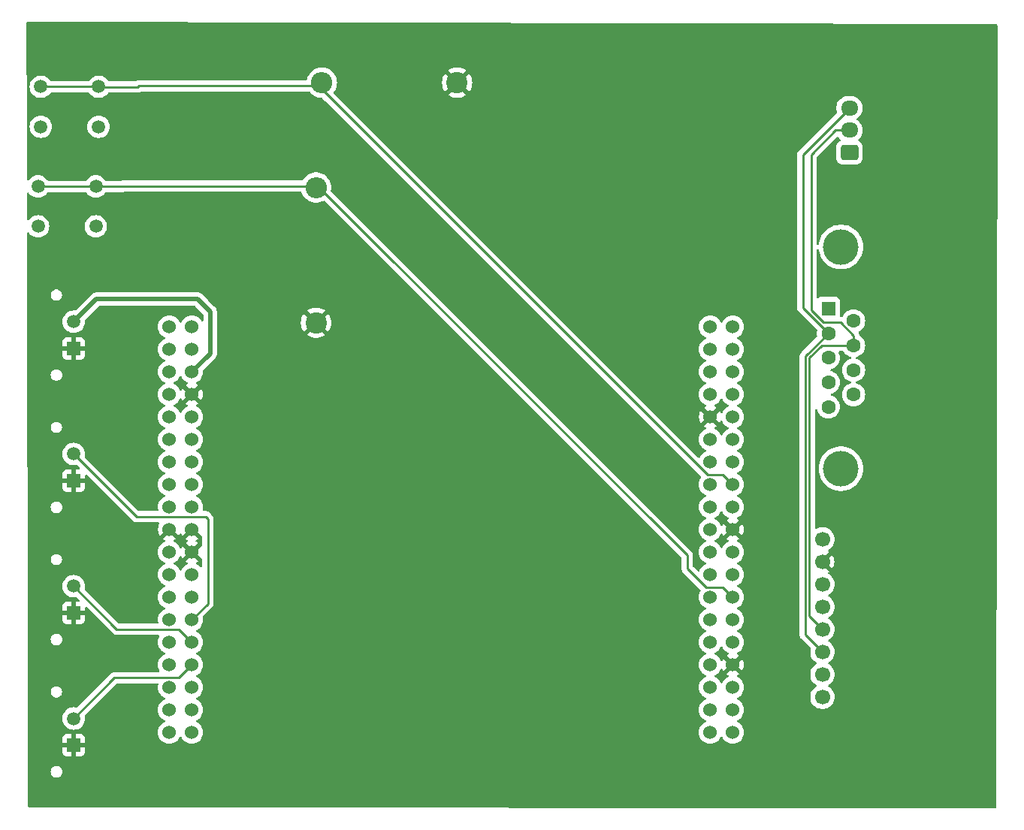
<source format=gtl>
G04 #@! TF.GenerationSoftware,KiCad,Pcbnew,8.0.0*
G04 #@! TF.CreationDate,2024-03-28T17:26:01-04:00*
G04 #@! TF.ProjectId,4. New_CANOpen,342e204e-6577-45f4-9341-4e4f70656e2e,rev?*
G04 #@! TF.SameCoordinates,Original*
G04 #@! TF.FileFunction,Copper,L1,Top*
G04 #@! TF.FilePolarity,Positive*
%FSLAX46Y46*%
G04 Gerber Fmt 4.6, Leading zero omitted, Abs format (unit mm)*
G04 Created by KiCad (PCBNEW 8.0.0) date 2024-03-28 17:26:01*
%MOMM*%
%LPD*%
G01*
G04 APERTURE LIST*
G04 Aperture macros list*
%AMRoundRect*
0 Rectangle with rounded corners*
0 $1 Rounding radius*
0 $2 $3 $4 $5 $6 $7 $8 $9 X,Y pos of 4 corners*
0 Add a 4 corners polygon primitive as box body*
4,1,4,$2,$3,$4,$5,$6,$7,$8,$9,$2,$3,0*
0 Add four circle primitives for the rounded corners*
1,1,$1+$1,$2,$3*
1,1,$1+$1,$4,$5*
1,1,$1+$1,$6,$7*
1,1,$1+$1,$8,$9*
0 Add four rect primitives between the rounded corners*
20,1,$1+$1,$2,$3,$4,$5,0*
20,1,$1+$1,$4,$5,$6,$7,0*
20,1,$1+$1,$6,$7,$8,$9,0*
20,1,$1+$1,$8,$9,$2,$3,0*%
G04 Aperture macros list end*
G04 #@! TA.AperFunction,ComponentPad*
%ADD10RoundRect,0.250000X0.725000X-0.600000X0.725000X0.600000X-0.725000X0.600000X-0.725000X-0.600000X0*%
G04 #@! TD*
G04 #@! TA.AperFunction,ComponentPad*
%ADD11O,1.950000X1.700000*%
G04 #@! TD*
G04 #@! TA.AperFunction,ComponentPad*
%ADD12C,1.507998*%
G04 #@! TD*
G04 #@! TA.AperFunction,ComponentPad*
%ADD13R,1.520000X1.520000*%
G04 #@! TD*
G04 #@! TA.AperFunction,ComponentPad*
%ADD14C,1.520000*%
G04 #@! TD*
G04 #@! TA.AperFunction,ComponentPad*
%ADD15C,4.000000*%
G04 #@! TD*
G04 #@! TA.AperFunction,ComponentPad*
%ADD16R,1.600000X1.600000*%
G04 #@! TD*
G04 #@! TA.AperFunction,ComponentPad*
%ADD17C,1.600000*%
G04 #@! TD*
G04 #@! TA.AperFunction,ComponentPad*
%ADD18C,1.700000*%
G04 #@! TD*
G04 #@! TA.AperFunction,ComponentPad*
%ADD19C,1.524000*%
G04 #@! TD*
G04 #@! TA.AperFunction,ComponentPad*
%ADD20C,2.400000*%
G04 #@! TD*
G04 #@! TA.AperFunction,ComponentPad*
%ADD21O,2.400000X2.400000*%
G04 #@! TD*
G04 #@! TA.AperFunction,Conductor*
%ADD22C,0.250000*%
G04 #@! TD*
G04 #@! TA.AperFunction,Conductor*
%ADD23C,0.500000*%
G04 #@! TD*
G04 APERTURE END LIST*
D10*
X129330000Y-72750000D03*
D11*
X129330000Y-70250000D03*
X129330000Y-67750000D03*
D12*
X37897999Y-76582900D03*
X44398001Y-76582900D03*
X37897999Y-81082901D03*
X44398001Y-81082901D03*
D13*
X41910000Y-94838648D03*
D14*
X41910000Y-91838649D03*
D15*
X128374669Y-108399669D03*
X128374669Y-83399669D03*
D16*
X126954669Y-90359669D03*
D17*
X126954669Y-93129669D03*
X126954669Y-95899669D03*
X126954669Y-98669669D03*
X126954669Y-101439669D03*
X129794669Y-91744669D03*
X129794669Y-94514669D03*
X129794669Y-97284669D03*
X129794669Y-100054669D03*
D13*
X41910000Y-139556692D03*
D14*
X41910000Y-136556693D03*
D13*
X41910000Y-109744662D03*
D14*
X41910000Y-106744663D03*
D18*
X126280000Y-116350000D03*
X126280000Y-118890000D03*
X126280000Y-121430000D03*
X126280000Y-123970000D03*
X126280000Y-126510000D03*
X126280000Y-129050000D03*
X126280000Y-131590000D03*
X126280000Y-134130000D03*
D19*
X52680000Y-92400000D03*
X55220000Y-92400000D03*
X52680000Y-94940000D03*
X55220000Y-94940000D03*
X52680000Y-97480000D03*
X55220000Y-97480000D03*
X52680000Y-100020000D03*
X55220000Y-100020000D03*
X52680000Y-102560000D03*
X55220000Y-102560000D03*
X52680000Y-105100000D03*
X55220000Y-105100000D03*
X52680000Y-107640000D03*
X55220000Y-107640000D03*
X52680000Y-110180000D03*
X55220000Y-110180000D03*
X52680000Y-112720000D03*
X55220000Y-112720000D03*
X52680000Y-115260000D03*
X55220000Y-115260000D03*
X52680000Y-117800000D03*
X55220000Y-117800000D03*
X52680000Y-120340000D03*
X55220000Y-120340000D03*
X52680000Y-122880000D03*
X55220000Y-122880000D03*
X52680000Y-125420000D03*
X55220000Y-125420000D03*
X52680000Y-127960000D03*
X55220000Y-127960000D03*
X52680000Y-130500000D03*
X55220000Y-130500000D03*
X52680000Y-133040000D03*
X55220000Y-133040000D03*
X52680000Y-135580000D03*
X55220000Y-135580000D03*
X52680000Y-138120000D03*
X55220000Y-138120000D03*
X113640000Y-92400000D03*
X116180000Y-92400000D03*
X113640000Y-94940000D03*
X116180000Y-94940000D03*
X113640000Y-97480000D03*
X116180000Y-97480000D03*
X113640000Y-100020000D03*
X116180000Y-100020000D03*
X113640000Y-102560000D03*
X116180000Y-102560000D03*
X113640000Y-105100000D03*
X116180000Y-105100000D03*
X113640000Y-107640000D03*
X116180000Y-107640000D03*
X113640000Y-110180000D03*
X116180000Y-110180000D03*
X113640000Y-112720000D03*
X116180000Y-112720000D03*
X113640000Y-115260000D03*
X116180000Y-115260000D03*
X113640000Y-117800000D03*
X116180000Y-117800000D03*
X113640000Y-120340000D03*
X116180000Y-120340000D03*
X113640000Y-122880000D03*
X116180000Y-122880000D03*
X113640000Y-125420000D03*
X116180000Y-125420000D03*
X113640000Y-127960000D03*
X116180000Y-127960000D03*
X113640000Y-130500000D03*
X116180000Y-130500000D03*
X113640000Y-133040000D03*
X116180000Y-133040000D03*
X113640000Y-135580000D03*
X116180000Y-135580000D03*
X113640000Y-138120000D03*
X116180000Y-138120000D03*
D20*
X69215000Y-91948000D03*
D21*
X69215000Y-76708000D03*
D13*
X41910000Y-124650676D03*
D14*
X41910000Y-121650677D03*
D12*
X38203998Y-65349999D03*
X44704000Y-65349999D03*
X38203998Y-69850000D03*
X44704000Y-69850000D03*
D20*
X85120000Y-64880000D03*
D21*
X69880000Y-64880000D03*
D22*
X48972337Y-113807000D02*
X56784000Y-113807000D01*
X57023000Y-114046000D02*
X57023000Y-123617000D01*
X57023000Y-123617000D02*
X55220000Y-125420000D01*
X41910000Y-106744663D02*
X48972337Y-113807000D01*
X56784000Y-113807000D02*
X57023000Y-114046000D01*
X41910000Y-136556693D02*
X46513693Y-131953000D01*
X46513693Y-131953000D02*
X53767000Y-131953000D01*
X53767000Y-131953000D02*
X55220000Y-130500000D01*
X53767000Y-126507000D02*
X55220000Y-127960000D01*
X46766323Y-126507000D02*
X53767000Y-126507000D01*
X41910000Y-121650677D02*
X46766323Y-126507000D01*
X69488500Y-65258500D02*
X113323000Y-109093000D01*
X49224500Y-65258500D02*
X49128000Y-65355000D01*
X113323000Y-109093000D02*
X115093000Y-109093000D01*
X69488500Y-65258500D02*
X49224500Y-65258500D01*
X47350000Y-65355000D02*
X44709001Y-65355000D01*
X49128000Y-65355000D02*
X47350000Y-65355000D01*
X69483000Y-65253000D02*
X69488500Y-65258500D01*
X44709001Y-65355000D02*
X44704000Y-65349999D01*
X115093000Y-109093000D02*
X116180000Y-110180000D01*
X38203998Y-65349999D02*
X44704000Y-65349999D01*
X69431000Y-76531000D02*
X73158000Y-80258000D01*
X47498000Y-76531000D02*
X69431000Y-76531000D01*
X73158000Y-80258000D02*
X111070000Y-118170001D01*
X115060000Y-121760000D02*
X116180000Y-122880000D01*
X113150000Y-121760000D02*
X115060000Y-121760000D01*
X37897999Y-76582900D02*
X44398001Y-76582900D01*
X111070000Y-119680000D02*
X113150000Y-121760000D01*
X111070000Y-118170001D02*
X111070000Y-119680000D01*
X47446100Y-76582900D02*
X47498000Y-76531000D01*
X73059999Y-80160000D02*
X73158000Y-80258000D01*
X44398001Y-76582900D02*
X47446100Y-76582900D01*
X124080000Y-90255000D02*
X126954669Y-93129669D01*
X124080000Y-73000000D02*
X124080000Y-90255000D01*
X124355000Y-95729338D02*
X126954669Y-93129669D01*
X126280000Y-129050000D02*
X124355000Y-127125000D01*
X124355000Y-127125000D02*
X124355000Y-95729338D01*
X126990000Y-93165000D02*
X126954669Y-93129669D01*
X129330000Y-67750000D02*
X124080000Y-73000000D01*
X126390698Y-91929302D02*
X125010000Y-90548604D01*
X128340672Y-91929302D02*
X126390698Y-91929302D01*
X125010000Y-90548604D02*
X125010000Y-73020000D01*
X125010000Y-73020000D02*
X127780000Y-70250000D01*
X126210734Y-94510000D02*
X126840000Y-94510000D01*
X126840000Y-94510000D02*
X126844669Y-94514669D01*
X127780000Y-70250000D02*
X129330000Y-70250000D01*
X124805000Y-125035000D02*
X124805000Y-95915734D01*
X129794669Y-93383299D02*
X128340672Y-91929302D01*
X126280000Y-126510000D02*
X124805000Y-125035000D01*
X129794669Y-94514669D02*
X129794669Y-93383299D01*
X126844669Y-94514669D02*
X129794669Y-94514669D01*
X124805000Y-95915734D02*
X126210734Y-94510000D01*
D23*
X57277000Y-90678000D02*
X57277000Y-95423000D01*
X44467649Y-89281000D02*
X55880000Y-89281000D01*
X55880000Y-89281000D02*
X57277000Y-90678000D01*
X57277000Y-95423000D02*
X55220000Y-97480000D01*
X41910000Y-91838649D02*
X44467649Y-89281000D01*
G04 #@! TA.AperFunction,Conductor*
G36*
X54839000Y-117850160D02*
G01*
X54864964Y-117947061D01*
X54915124Y-118033940D01*
X54986060Y-118104876D01*
X55072939Y-118155036D01*
X55169840Y-118181000D01*
X55192553Y-118181000D01*
X54521810Y-118851740D01*
X54586590Y-118897099D01*
X54586592Y-118897100D01*
X54706316Y-118952928D01*
X54758756Y-118999100D01*
X54777908Y-119066293D01*
X54757693Y-119133174D01*
X54706318Y-119177692D01*
X54611228Y-119222033D01*
X54582329Y-119235510D01*
X54582320Y-119235514D01*
X54582319Y-119235514D01*
X54400217Y-119363023D01*
X54243023Y-119520217D01*
X54115514Y-119702319D01*
X54115512Y-119702323D01*
X54062382Y-119816261D01*
X54016209Y-119868700D01*
X53949016Y-119887852D01*
X53882135Y-119867636D01*
X53837618Y-119816261D01*
X53803173Y-119742394D01*
X53784488Y-119702324D01*
X53784486Y-119702321D01*
X53784485Y-119702319D01*
X53656978Y-119520220D01*
X53590673Y-119453915D01*
X53499781Y-119363023D01*
X53317677Y-119235512D01*
X53304415Y-119229328D01*
X53203739Y-119182382D01*
X53151299Y-119136210D01*
X53132147Y-119069017D01*
X53152363Y-119002135D01*
X53203739Y-118957618D01*
X53213799Y-118952927D01*
X53317677Y-118904488D01*
X53499781Y-118776977D01*
X53656977Y-118619781D01*
X53784488Y-118437677D01*
X53842307Y-118313682D01*
X53888479Y-118261243D01*
X53955672Y-118242091D01*
X54022554Y-118262306D01*
X54067071Y-118313683D01*
X54122898Y-118433405D01*
X54122901Y-118433411D01*
X54168258Y-118498187D01*
X54168259Y-118498188D01*
X54839000Y-117827447D01*
X54839000Y-117850160D01*
G37*
G04 #@! TD.AperFunction*
G04 #@! TA.AperFunction,Conductor*
G36*
X56277895Y-118504342D02*
G01*
X56323193Y-118513446D01*
X56373376Y-118562061D01*
X56389500Y-118623207D01*
X56389500Y-119413379D01*
X56369815Y-119480418D01*
X56317011Y-119526173D01*
X56247853Y-119536117D01*
X56184297Y-119507092D01*
X56177819Y-119501061D01*
X56130673Y-119453915D01*
X56039781Y-119363023D01*
X55857677Y-119235512D01*
X55857678Y-119235512D01*
X55857676Y-119235511D01*
X55733682Y-119177692D01*
X55681243Y-119131519D01*
X55662091Y-119064326D01*
X55682307Y-118997445D01*
X55733683Y-118952927D01*
X55853416Y-118897095D01*
X55853417Y-118897094D01*
X55918188Y-118851741D01*
X55247448Y-118181000D01*
X55270160Y-118181000D01*
X55367061Y-118155036D01*
X55453940Y-118104876D01*
X55524876Y-118033940D01*
X55575036Y-117947061D01*
X55601000Y-117850160D01*
X55601000Y-117827447D01*
X56277895Y-118504342D01*
G37*
G04 #@! TD.AperFunction*
G04 #@! TA.AperFunction,Conductor*
G36*
X54839000Y-115310160D02*
G01*
X54864964Y-115407061D01*
X54915124Y-115493940D01*
X54986060Y-115564876D01*
X55072939Y-115615036D01*
X55169840Y-115641000D01*
X55192553Y-115641000D01*
X54521810Y-116311740D01*
X54586589Y-116357098D01*
X54716373Y-116417618D01*
X54768812Y-116463790D01*
X54787964Y-116530984D01*
X54767748Y-116597865D01*
X54716373Y-116642382D01*
X54586590Y-116702901D01*
X54521811Y-116748258D01*
X55192553Y-117419000D01*
X55169840Y-117419000D01*
X55072939Y-117444964D01*
X54986060Y-117495124D01*
X54915124Y-117566060D01*
X54864964Y-117652939D01*
X54839000Y-117749840D01*
X54839000Y-117772553D01*
X54168258Y-117101811D01*
X54122901Y-117166590D01*
X54067071Y-117286317D01*
X54020898Y-117338756D01*
X53953705Y-117357908D01*
X53886824Y-117337692D01*
X53842307Y-117286317D01*
X53796123Y-117187276D01*
X53784488Y-117162324D01*
X53784486Y-117162321D01*
X53784485Y-117162319D01*
X53656978Y-116980220D01*
X53653549Y-116976791D01*
X53499781Y-116823023D01*
X53328230Y-116702901D01*
X53317676Y-116695511D01*
X53193682Y-116637692D01*
X53141243Y-116591519D01*
X53122091Y-116524326D01*
X53142307Y-116457445D01*
X53193683Y-116412927D01*
X53313416Y-116357095D01*
X53313417Y-116357094D01*
X53378188Y-116311741D01*
X52707448Y-115641000D01*
X52730160Y-115641000D01*
X52827061Y-115615036D01*
X52913940Y-115564876D01*
X52984876Y-115493940D01*
X53035036Y-115407061D01*
X53061000Y-115310160D01*
X53061000Y-115287447D01*
X53731741Y-115958188D01*
X53777094Y-115893417D01*
X53777100Y-115893407D01*
X53837618Y-115763627D01*
X53883790Y-115711187D01*
X53950983Y-115692035D01*
X54017865Y-115712251D01*
X54062382Y-115763627D01*
X54122898Y-115893405D01*
X54122901Y-115893411D01*
X54168258Y-115958187D01*
X54168258Y-115958188D01*
X54839000Y-115287446D01*
X54839000Y-115310160D01*
G37*
G04 #@! TD.AperFunction*
G04 #@! TA.AperFunction,Conductor*
G36*
X56277895Y-115964342D02*
G01*
X56323193Y-115973446D01*
X56373376Y-116022061D01*
X56389500Y-116083207D01*
X56389500Y-116976791D01*
X56369815Y-117043830D01*
X56317011Y-117089585D01*
X56277089Y-117096461D01*
X55601000Y-117772551D01*
X55601000Y-117749840D01*
X55575036Y-117652939D01*
X55524876Y-117566060D01*
X55453940Y-117495124D01*
X55367061Y-117444964D01*
X55270160Y-117419000D01*
X55247448Y-117419000D01*
X55918188Y-116748259D01*
X55918187Y-116748258D01*
X55853411Y-116702901D01*
X55853405Y-116702898D01*
X55723627Y-116642382D01*
X55671187Y-116596210D01*
X55652035Y-116529017D01*
X55672251Y-116462135D01*
X55723627Y-116417618D01*
X55853407Y-116357100D01*
X55853417Y-116357094D01*
X55918188Y-116311741D01*
X55247448Y-115641000D01*
X55270160Y-115641000D01*
X55367061Y-115615036D01*
X55453940Y-115564876D01*
X55524876Y-115493940D01*
X55575036Y-115407061D01*
X55601000Y-115310160D01*
X55601000Y-115287447D01*
X56277895Y-115964342D01*
G37*
G04 #@! TD.AperFunction*
G04 #@! TA.AperFunction,Conductor*
G36*
X54839000Y-100070160D02*
G01*
X54864964Y-100167061D01*
X54915124Y-100253940D01*
X54986060Y-100324876D01*
X55072939Y-100375036D01*
X55169840Y-100401000D01*
X55192553Y-100401000D01*
X54521810Y-101071740D01*
X54586590Y-101117099D01*
X54586592Y-101117100D01*
X54706316Y-101172928D01*
X54758756Y-101219100D01*
X54777908Y-101286293D01*
X54757693Y-101353174D01*
X54706318Y-101397692D01*
X54616304Y-101439667D01*
X54582329Y-101455510D01*
X54582320Y-101455514D01*
X54582319Y-101455514D01*
X54400217Y-101583023D01*
X54243023Y-101740217D01*
X54115514Y-101922319D01*
X54115512Y-101922323D01*
X54062382Y-102036261D01*
X54016209Y-102088700D01*
X53949016Y-102107852D01*
X53882135Y-102087636D01*
X53837618Y-102036261D01*
X53786477Y-101926590D01*
X53784488Y-101922324D01*
X53784485Y-101922320D01*
X53784485Y-101922319D01*
X53656978Y-101740220D01*
X53582741Y-101665983D01*
X53499781Y-101583023D01*
X53317677Y-101455512D01*
X53203738Y-101402381D01*
X53151299Y-101356210D01*
X53132147Y-101289017D01*
X53152363Y-101222135D01*
X53203739Y-101177618D01*
X53219941Y-101170063D01*
X53317677Y-101124488D01*
X53499781Y-100996977D01*
X53656977Y-100839781D01*
X53784488Y-100657677D01*
X53842307Y-100533682D01*
X53888479Y-100481243D01*
X53955672Y-100462091D01*
X54022554Y-100482306D01*
X54067071Y-100533683D01*
X54122898Y-100653405D01*
X54122901Y-100653411D01*
X54168258Y-100718187D01*
X54168259Y-100718188D01*
X54839000Y-100047447D01*
X54839000Y-100070160D01*
G37*
G04 #@! TD.AperFunction*
G04 #@! TA.AperFunction,Conductor*
G36*
X54017865Y-97952363D02*
G01*
X54062381Y-98003738D01*
X54115512Y-98117677D01*
X54243023Y-98299781D01*
X54400219Y-98456977D01*
X54582323Y-98584488D01*
X54706317Y-98642307D01*
X54758756Y-98688479D01*
X54777908Y-98755673D01*
X54757692Y-98822554D01*
X54706317Y-98867071D01*
X54586590Y-98922901D01*
X54521811Y-98968258D01*
X55192553Y-99639000D01*
X55169840Y-99639000D01*
X55072939Y-99664964D01*
X54986060Y-99715124D01*
X54915124Y-99786060D01*
X54864964Y-99872939D01*
X54839000Y-99969840D01*
X54839000Y-99992553D01*
X54168258Y-99321811D01*
X54122901Y-99386590D01*
X54067071Y-99506317D01*
X54020898Y-99558756D01*
X53953705Y-99577908D01*
X53886824Y-99557692D01*
X53842307Y-99506317D01*
X53837618Y-99496261D01*
X53784488Y-99382324D01*
X53784486Y-99382321D01*
X53784485Y-99382319D01*
X53656978Y-99200220D01*
X53656975Y-99200217D01*
X53499781Y-99043023D01*
X53317677Y-98915512D01*
X53316716Y-98915064D01*
X53203739Y-98862382D01*
X53151299Y-98816210D01*
X53132147Y-98749017D01*
X53152363Y-98682135D01*
X53203739Y-98637618D01*
X53239683Y-98620857D01*
X53317677Y-98584488D01*
X53499781Y-98456977D01*
X53656977Y-98299781D01*
X53784488Y-98117677D01*
X53837618Y-98003738D01*
X53883790Y-97951299D01*
X53950983Y-97932147D01*
X54017865Y-97952363D01*
G37*
G04 #@! TD.AperFunction*
G04 #@! TA.AperFunction,Conductor*
G36*
X145876200Y-58299660D02*
G01*
X145943184Y-58319529D01*
X145988794Y-58372458D01*
X145999859Y-58423800D01*
X145900140Y-146526026D01*
X145880379Y-146593043D01*
X145827524Y-146638739D01*
X145776026Y-146649886D01*
X36873676Y-146550113D01*
X36806655Y-146530367D01*
X36760948Y-146477521D01*
X36749790Y-146426323D01*
X36743235Y-142556692D01*
X39303213Y-142556692D01*
X39322297Y-142713871D01*
X39378444Y-142861916D01*
X39378444Y-142861917D01*
X39460023Y-142980103D01*
X39468388Y-142992222D01*
X39586902Y-143097217D01*
X39727100Y-143170799D01*
X39880833Y-143208690D01*
X40039167Y-143208690D01*
X40192900Y-143170799D01*
X40333098Y-143097217D01*
X40451612Y-142992222D01*
X40541556Y-142861916D01*
X40597702Y-142713871D01*
X40616787Y-142556692D01*
X40597702Y-142399513D01*
X40541556Y-142251468D01*
X40451612Y-142121162D01*
X40333098Y-142016167D01*
X40192900Y-141942585D01*
X40192897Y-141942584D01*
X40039167Y-141904694D01*
X39880833Y-141904694D01*
X39727102Y-141942584D01*
X39586901Y-142016167D01*
X39468388Y-142121161D01*
X39468386Y-142121164D01*
X39378444Y-142251466D01*
X39378444Y-142251467D01*
X39322297Y-142399512D01*
X39303213Y-142556691D01*
X39303213Y-142556692D01*
X36743235Y-142556692D01*
X36739521Y-140364536D01*
X40650000Y-140364536D01*
X40656401Y-140424064D01*
X40656403Y-140424071D01*
X40706645Y-140558778D01*
X40706649Y-140558785D01*
X40792809Y-140673879D01*
X40792812Y-140673882D01*
X40907906Y-140760042D01*
X40907913Y-140760046D01*
X41042620Y-140810288D01*
X41042627Y-140810290D01*
X41102155Y-140816691D01*
X41102172Y-140816692D01*
X41660000Y-140816692D01*
X41660000Y-140001252D01*
X41713147Y-140031937D01*
X41842857Y-140066692D01*
X41977143Y-140066692D01*
X42106853Y-140031937D01*
X42160000Y-140001252D01*
X42160000Y-140816692D01*
X42717828Y-140816692D01*
X42717844Y-140816691D01*
X42777372Y-140810290D01*
X42777379Y-140810288D01*
X42912086Y-140760046D01*
X42912093Y-140760042D01*
X43027187Y-140673882D01*
X43027190Y-140673879D01*
X43113350Y-140558785D01*
X43113354Y-140558778D01*
X43163596Y-140424071D01*
X43163598Y-140424064D01*
X43169999Y-140364536D01*
X43170000Y-140364519D01*
X43170000Y-139806692D01*
X42354560Y-139806692D01*
X42385245Y-139753545D01*
X42420000Y-139623835D01*
X42420000Y-139489549D01*
X42385245Y-139359839D01*
X42354560Y-139306692D01*
X43170000Y-139306692D01*
X43170000Y-138748864D01*
X43169999Y-138748847D01*
X43163598Y-138689319D01*
X43163596Y-138689312D01*
X43113354Y-138554605D01*
X43113350Y-138554598D01*
X43027190Y-138439504D01*
X43027187Y-138439501D01*
X42912093Y-138353341D01*
X42912086Y-138353337D01*
X42777379Y-138303095D01*
X42777372Y-138303093D01*
X42717844Y-138296692D01*
X42160000Y-138296692D01*
X42160000Y-139112131D01*
X42106853Y-139081447D01*
X41977143Y-139046692D01*
X41842857Y-139046692D01*
X41713147Y-139081447D01*
X41660000Y-139112131D01*
X41660000Y-138296692D01*
X41102155Y-138296692D01*
X41042627Y-138303093D01*
X41042620Y-138303095D01*
X40907913Y-138353337D01*
X40907906Y-138353341D01*
X40792812Y-138439501D01*
X40792809Y-138439504D01*
X40706649Y-138554598D01*
X40706645Y-138554605D01*
X40656403Y-138689312D01*
X40656401Y-138689319D01*
X40650000Y-138748847D01*
X40650000Y-139306692D01*
X41465440Y-139306692D01*
X41434755Y-139359839D01*
X41400000Y-139489549D01*
X41400000Y-139623835D01*
X41434755Y-139753545D01*
X41465440Y-139806692D01*
X40650000Y-139806692D01*
X40650000Y-140364536D01*
X36739521Y-140364536D01*
X36733071Y-136556694D01*
X40636655Y-136556694D01*
X40655999Y-136777801D01*
X40656001Y-136777812D01*
X40713444Y-136992195D01*
X40713446Y-136992199D01*
X40713447Y-136992203D01*
X40760349Y-137092784D01*
X40807250Y-137193365D01*
X40807251Y-137193366D01*
X40934561Y-137375183D01*
X41091510Y-137532132D01*
X41273327Y-137659442D01*
X41474490Y-137753246D01*
X41688886Y-137810693D01*
X41846824Y-137824510D01*
X41909998Y-137830038D01*
X41910000Y-137830038D01*
X41910002Y-137830038D01*
X41965278Y-137825201D01*
X42131114Y-137810693D01*
X42345510Y-137753246D01*
X42546673Y-137659442D01*
X42728490Y-137532132D01*
X42885439Y-137375183D01*
X43012749Y-137193366D01*
X43106553Y-136992203D01*
X43164000Y-136777807D01*
X43183345Y-136556693D01*
X43164000Y-136335579D01*
X43153581Y-136296694D01*
X43155244Y-136226844D01*
X43185673Y-136176922D01*
X46739778Y-132622819D01*
X46801101Y-132589334D01*
X46827459Y-132586500D01*
X51324596Y-132586500D01*
X51391635Y-132606185D01*
X51437390Y-132658989D01*
X51447334Y-132728147D01*
X51444371Y-132742593D01*
X51424023Y-132818531D01*
X51424021Y-132818542D01*
X51404647Y-133039997D01*
X51404647Y-133040002D01*
X51424021Y-133261457D01*
X51424022Y-133261465D01*
X51481558Y-133476191D01*
X51481559Y-133476193D01*
X51481560Y-133476196D01*
X51497929Y-133511299D01*
X51575511Y-133677676D01*
X51595665Y-133706458D01*
X51703023Y-133859781D01*
X51860219Y-134016977D01*
X52021632Y-134130000D01*
X52042323Y-134144488D01*
X52156261Y-134197618D01*
X52208700Y-134243790D01*
X52227852Y-134310984D01*
X52207636Y-134377865D01*
X52156261Y-134422382D01*
X52042323Y-134475512D01*
X52042319Y-134475514D01*
X51860217Y-134603023D01*
X51703023Y-134760217D01*
X51575514Y-134942319D01*
X51575512Y-134942323D01*
X51481561Y-135143800D01*
X51424022Y-135358535D01*
X51424021Y-135358542D01*
X51404647Y-135579997D01*
X51404647Y-135580002D01*
X51424021Y-135801457D01*
X51424022Y-135801465D01*
X51481558Y-136016191D01*
X51481559Y-136016193D01*
X51481560Y-136016196D01*
X51497929Y-136051299D01*
X51575511Y-136217676D01*
X51575512Y-136217677D01*
X51703023Y-136399781D01*
X51860219Y-136556977D01*
X52042323Y-136684488D01*
X52156261Y-136737618D01*
X52208700Y-136783790D01*
X52227852Y-136850984D01*
X52207636Y-136917865D01*
X52156261Y-136962382D01*
X52042323Y-137015512D01*
X52042319Y-137015514D01*
X51860217Y-137143023D01*
X51703023Y-137300217D01*
X51575514Y-137482319D01*
X51575512Y-137482323D01*
X51481561Y-137683800D01*
X51424022Y-137898535D01*
X51424021Y-137898542D01*
X51404647Y-138119997D01*
X51404647Y-138120002D01*
X51424021Y-138341457D01*
X51424022Y-138341465D01*
X51481558Y-138556191D01*
X51481559Y-138556193D01*
X51481560Y-138556196D01*
X51497929Y-138591299D01*
X51575511Y-138757676D01*
X51575512Y-138757677D01*
X51703023Y-138939781D01*
X51860219Y-139096977D01*
X52042323Y-139224488D01*
X52243804Y-139318440D01*
X52458537Y-139375978D01*
X52616724Y-139389817D01*
X52679998Y-139395353D01*
X52680000Y-139395353D01*
X52680002Y-139395353D01*
X52735365Y-139390509D01*
X52901463Y-139375978D01*
X53116196Y-139318440D01*
X53317677Y-139224488D01*
X53499781Y-139096977D01*
X53656977Y-138939781D01*
X53784488Y-138757677D01*
X53837618Y-138643738D01*
X53883790Y-138591299D01*
X53950983Y-138572147D01*
X54017865Y-138592363D01*
X54062382Y-138643739D01*
X54111394Y-138748847D01*
X54115512Y-138757677D01*
X54243023Y-138939781D01*
X54400219Y-139096977D01*
X54582323Y-139224488D01*
X54783804Y-139318440D01*
X54998537Y-139375978D01*
X55156724Y-139389817D01*
X55219998Y-139395353D01*
X55220000Y-139395353D01*
X55220002Y-139395353D01*
X55275365Y-139390509D01*
X55441463Y-139375978D01*
X55656196Y-139318440D01*
X55857677Y-139224488D01*
X56039781Y-139096977D01*
X56196977Y-138939781D01*
X56324488Y-138757677D01*
X56418440Y-138556196D01*
X56475978Y-138341463D01*
X56495353Y-138120000D01*
X56475978Y-137898537D01*
X56418440Y-137683804D01*
X56324488Y-137482324D01*
X56324486Y-137482321D01*
X56324485Y-137482319D01*
X56196978Y-137300220D01*
X56196975Y-137300217D01*
X56039781Y-137143023D01*
X55857677Y-137015512D01*
X55807673Y-136992195D01*
X55743739Y-136962382D01*
X55691299Y-136916210D01*
X55672147Y-136849017D01*
X55692363Y-136782135D01*
X55743739Y-136737618D01*
X55857677Y-136684488D01*
X56039781Y-136556977D01*
X56196977Y-136399781D01*
X56324488Y-136217677D01*
X56418440Y-136016196D01*
X56475978Y-135801463D01*
X56495353Y-135580000D01*
X56475978Y-135358537D01*
X56418440Y-135143804D01*
X56324488Y-134942324D01*
X56324486Y-134942321D01*
X56324485Y-134942319D01*
X56196978Y-134760220D01*
X56196975Y-134760217D01*
X56039781Y-134603023D01*
X55857677Y-134475512D01*
X55743738Y-134422381D01*
X55691299Y-134376210D01*
X55672147Y-134309017D01*
X55692363Y-134242135D01*
X55743739Y-134197618D01*
X55767916Y-134186344D01*
X55857677Y-134144488D01*
X56039781Y-134016977D01*
X56196977Y-133859781D01*
X56324488Y-133677677D01*
X56418440Y-133476196D01*
X56475978Y-133261463D01*
X56495353Y-133040000D01*
X56490874Y-132988809D01*
X56486074Y-132933937D01*
X56475978Y-132818537D01*
X56418440Y-132603804D01*
X56324488Y-132402324D01*
X56324486Y-132402321D01*
X56324485Y-132402319D01*
X56196978Y-132220220D01*
X56196975Y-132220217D01*
X56039781Y-132063023D01*
X55857677Y-131935512D01*
X55743738Y-131882381D01*
X55691299Y-131836210D01*
X55672147Y-131769017D01*
X55692363Y-131702135D01*
X55743739Y-131657618D01*
X55753799Y-131652927D01*
X55857677Y-131604488D01*
X56039781Y-131476977D01*
X56196977Y-131319781D01*
X56324488Y-131137677D01*
X56418440Y-130936196D01*
X56475978Y-130721463D01*
X56495353Y-130500000D01*
X56490874Y-130448809D01*
X56481500Y-130341658D01*
X56475978Y-130278537D01*
X56418440Y-130063804D01*
X56324488Y-129862324D01*
X56324486Y-129862321D01*
X56324485Y-129862319D01*
X56196978Y-129680220D01*
X56196975Y-129680217D01*
X56039781Y-129523023D01*
X55857677Y-129395512D01*
X55743738Y-129342381D01*
X55691299Y-129296210D01*
X55672147Y-129229017D01*
X55692363Y-129162135D01*
X55743739Y-129117618D01*
X55857677Y-129064488D01*
X56039781Y-128936977D01*
X56196977Y-128779781D01*
X56324488Y-128597677D01*
X56418440Y-128396196D01*
X56475978Y-128181463D01*
X56495353Y-127960000D01*
X56494994Y-127955901D01*
X56478872Y-127771619D01*
X56475978Y-127738537D01*
X56418440Y-127523804D01*
X56324488Y-127322324D01*
X56324486Y-127322321D01*
X56324485Y-127322319D01*
X56196978Y-127140220D01*
X56119364Y-127062606D01*
X56039781Y-126983023D01*
X55857677Y-126855512D01*
X55743738Y-126802381D01*
X55691299Y-126756210D01*
X55672147Y-126689017D01*
X55692363Y-126622135D01*
X55743739Y-126577618D01*
X55857677Y-126524488D01*
X56039781Y-126396977D01*
X56196977Y-126239781D01*
X56324488Y-126057677D01*
X56418440Y-125856196D01*
X56475978Y-125641463D01*
X56495353Y-125420000D01*
X56475978Y-125198537D01*
X56465215Y-125158370D01*
X56466876Y-125088521D01*
X56497306Y-125038596D01*
X57515071Y-124020833D01*
X57584400Y-123917075D01*
X57632155Y-123801785D01*
X57656500Y-123679394D01*
X57656500Y-123554606D01*
X57656500Y-113983606D01*
X57632155Y-113861215D01*
X57584400Y-113745925D01*
X57584399Y-113745924D01*
X57584396Y-113745918D01*
X57515072Y-113642168D01*
X57515071Y-113642167D01*
X57426833Y-113553929D01*
X57412685Y-113539781D01*
X57187836Y-113314931D01*
X57187832Y-113314928D01*
X57084081Y-113245603D01*
X57084072Y-113245598D01*
X56968785Y-113197845D01*
X56968777Y-113197843D01*
X56846398Y-113173500D01*
X56846394Y-113173500D01*
X56575404Y-113173500D01*
X56508365Y-113153815D01*
X56462610Y-113101011D01*
X56452666Y-113031853D01*
X56455629Y-113017407D01*
X56461961Y-112993774D01*
X56475978Y-112941463D01*
X56490509Y-112775365D01*
X56495353Y-112720002D01*
X56495353Y-112719997D01*
X56483902Y-112589112D01*
X56475978Y-112498537D01*
X56418440Y-112283804D01*
X56324488Y-112082324D01*
X56324486Y-112082321D01*
X56324485Y-112082319D01*
X56196978Y-111900220D01*
X56196975Y-111900217D01*
X56039781Y-111743023D01*
X55857677Y-111615512D01*
X55743738Y-111562381D01*
X55691299Y-111516210D01*
X55672147Y-111449017D01*
X55692363Y-111382135D01*
X55743739Y-111337618D01*
X55857677Y-111284488D01*
X56039781Y-111156977D01*
X56196977Y-110999781D01*
X56324488Y-110817677D01*
X56418440Y-110616196D01*
X56475978Y-110401463D01*
X56495353Y-110180000D01*
X56475978Y-109958537D01*
X56418440Y-109743804D01*
X56324488Y-109542324D01*
X56324486Y-109542321D01*
X56324485Y-109542319D01*
X56196978Y-109360220D01*
X56161693Y-109324935D01*
X56039781Y-109203023D01*
X55857677Y-109075512D01*
X55743738Y-109022381D01*
X55691299Y-108976210D01*
X55672147Y-108909017D01*
X55692363Y-108842135D01*
X55743739Y-108797618D01*
X55857677Y-108744488D01*
X56039781Y-108616977D01*
X56196977Y-108459781D01*
X56324488Y-108277677D01*
X56418440Y-108076196D01*
X56475978Y-107861463D01*
X56495353Y-107640000D01*
X56475978Y-107418537D01*
X56418440Y-107203804D01*
X56324488Y-107002324D01*
X56324485Y-107002320D01*
X56324485Y-107002319D01*
X56196978Y-106820220D01*
X56121419Y-106744661D01*
X56039781Y-106663023D01*
X55857677Y-106535512D01*
X55832009Y-106523543D01*
X55743739Y-106482382D01*
X55691299Y-106436210D01*
X55672147Y-106369017D01*
X55692363Y-106302135D01*
X55743739Y-106257618D01*
X55857677Y-106204488D01*
X56039781Y-106076977D01*
X56196977Y-105919781D01*
X56324488Y-105737677D01*
X56418440Y-105536196D01*
X56475978Y-105321463D01*
X56495353Y-105100000D01*
X56475978Y-104878537D01*
X56418440Y-104663804D01*
X56324488Y-104462324D01*
X56324486Y-104462321D01*
X56324485Y-104462319D01*
X56196978Y-104280220D01*
X56162547Y-104245789D01*
X56039781Y-104123023D01*
X55857677Y-103995512D01*
X55743738Y-103942381D01*
X55691299Y-103896210D01*
X55672147Y-103829017D01*
X55692363Y-103762135D01*
X55743739Y-103717618D01*
X55753799Y-103712927D01*
X55857677Y-103664488D01*
X56039781Y-103536977D01*
X56196977Y-103379781D01*
X56324488Y-103197677D01*
X56418440Y-102996196D01*
X56475978Y-102781463D01*
X56495353Y-102560000D01*
X56475978Y-102338537D01*
X56418440Y-102123804D01*
X56324488Y-101922324D01*
X56324485Y-101922320D01*
X56324485Y-101922319D01*
X56196978Y-101740220D01*
X56122741Y-101665983D01*
X56039781Y-101583023D01*
X55868230Y-101462901D01*
X55857676Y-101455511D01*
X55733682Y-101397692D01*
X55681243Y-101351519D01*
X55662091Y-101284326D01*
X55682307Y-101217445D01*
X55733683Y-101172927D01*
X55853416Y-101117095D01*
X55853417Y-101117094D01*
X55918188Y-101071741D01*
X55247448Y-100401000D01*
X55270160Y-100401000D01*
X55367061Y-100375036D01*
X55453940Y-100324876D01*
X55524876Y-100253940D01*
X55575036Y-100167061D01*
X55601000Y-100070160D01*
X55601000Y-100047447D01*
X56271741Y-100718188D01*
X56317094Y-100653417D01*
X56317100Y-100653407D01*
X56410419Y-100453284D01*
X56410424Y-100453270D01*
X56467573Y-100239986D01*
X56467575Y-100239976D01*
X56486821Y-100020000D01*
X56486821Y-100019999D01*
X56467575Y-99800023D01*
X56467573Y-99800013D01*
X56410424Y-99586729D01*
X56410420Y-99586720D01*
X56317096Y-99386586D01*
X56271741Y-99321811D01*
X56271740Y-99321810D01*
X55601000Y-99992551D01*
X55601000Y-99969840D01*
X55575036Y-99872939D01*
X55524876Y-99786060D01*
X55453940Y-99715124D01*
X55367061Y-99664964D01*
X55270160Y-99639000D01*
X55247448Y-99639000D01*
X55918188Y-98968259D01*
X55918187Y-98968258D01*
X55853411Y-98922901D01*
X55853405Y-98922898D01*
X55733683Y-98867071D01*
X55681243Y-98820899D01*
X55662091Y-98753705D01*
X55682307Y-98686824D01*
X55733682Y-98642307D01*
X55857677Y-98584488D01*
X56039781Y-98456977D01*
X56196977Y-98299781D01*
X56324488Y-98117677D01*
X56418440Y-97916196D01*
X56475978Y-97701463D01*
X56495353Y-97480000D01*
X56484087Y-97351232D01*
X56497853Y-97282734D01*
X56519931Y-97252748D01*
X57866165Y-95906516D01*
X57937109Y-95800340D01*
X57949174Y-95782284D01*
X58006351Y-95644246D01*
X58012038Y-95615659D01*
X58035500Y-95497705D01*
X58035500Y-95348295D01*
X58035500Y-91948004D01*
X67510233Y-91948004D01*
X67529273Y-92202079D01*
X67585968Y-92450477D01*
X67585973Y-92450494D01*
X67679058Y-92687671D01*
X67679057Y-92687671D01*
X67806454Y-92908327D01*
X67806461Y-92908338D01*
X67848452Y-92960991D01*
X67848453Y-92960992D01*
X68650387Y-92159058D01*
X68655889Y-92179591D01*
X68734881Y-92316408D01*
X68846592Y-92428119D01*
X68983409Y-92507111D01*
X69003940Y-92512612D01*
X68201813Y-93314738D01*
X68362616Y-93424371D01*
X68362624Y-93424376D01*
X68592176Y-93534921D01*
X68592174Y-93534921D01*
X68835652Y-93610024D01*
X68835658Y-93610026D01*
X69087595Y-93647999D01*
X69087604Y-93648000D01*
X69342396Y-93648000D01*
X69342404Y-93647999D01*
X69594341Y-93610026D01*
X69594347Y-93610024D01*
X69837824Y-93534921D01*
X70067376Y-93424376D01*
X70067377Y-93424375D01*
X70228185Y-93314738D01*
X69426060Y-92512612D01*
X69446591Y-92507111D01*
X69583408Y-92428119D01*
X69695119Y-92316408D01*
X69774111Y-92179591D01*
X69779612Y-92159059D01*
X70581544Y-92960992D01*
X70581546Y-92960991D01*
X70623544Y-92908330D01*
X70750941Y-92687671D01*
X70844026Y-92450494D01*
X70844031Y-92450477D01*
X70900726Y-92202079D01*
X70919767Y-91948004D01*
X70919767Y-91947995D01*
X70900726Y-91693920D01*
X70844031Y-91445522D01*
X70844026Y-91445505D01*
X70750941Y-91208328D01*
X70750942Y-91208328D01*
X70623545Y-90987672D01*
X70581545Y-90935006D01*
X69779612Y-91736939D01*
X69774111Y-91716409D01*
X69695119Y-91579592D01*
X69583408Y-91467881D01*
X69446591Y-91388889D01*
X69426059Y-91383387D01*
X70228185Y-90581260D01*
X70067384Y-90471628D01*
X70067376Y-90471623D01*
X69837823Y-90361078D01*
X69837825Y-90361078D01*
X69594347Y-90285975D01*
X69594341Y-90285973D01*
X69342404Y-90248000D01*
X69087595Y-90248000D01*
X68835658Y-90285973D01*
X68835652Y-90285975D01*
X68592175Y-90361078D01*
X68362622Y-90471625D01*
X68362609Y-90471632D01*
X68201813Y-90581259D01*
X69003941Y-91383387D01*
X68983409Y-91388889D01*
X68846592Y-91467881D01*
X68734881Y-91579592D01*
X68655889Y-91716409D01*
X68650387Y-91736941D01*
X67848452Y-90935006D01*
X67806457Y-90987667D01*
X67679058Y-91208328D01*
X67585973Y-91445505D01*
X67585968Y-91445522D01*
X67529273Y-91693920D01*
X67510233Y-91947995D01*
X67510233Y-91948004D01*
X58035500Y-91948004D01*
X58035500Y-90603294D01*
X58031791Y-90584650D01*
X58017019Y-90510387D01*
X58012210Y-90486210D01*
X58009310Y-90471632D01*
X58006352Y-90456759D01*
X58006351Y-90456753D01*
X57967856Y-90363819D01*
X57949174Y-90318716D01*
X57948293Y-90317398D01*
X57866168Y-90194488D01*
X57866167Y-90194487D01*
X57866165Y-90194484D01*
X57760516Y-90088835D01*
X57069264Y-89397583D01*
X56363518Y-88691836D01*
X56363517Y-88691835D01*
X56301399Y-88650330D01*
X56239284Y-88608826D01*
X56101247Y-88551649D01*
X56101239Y-88551647D01*
X56027976Y-88537074D01*
X55954709Y-88522500D01*
X55954706Y-88522500D01*
X44392943Y-88522500D01*
X44392939Y-88522500D01*
X44319673Y-88537074D01*
X44246409Y-88551647D01*
X44246401Y-88551649D01*
X44108366Y-88608825D01*
X43984131Y-88691835D01*
X42135406Y-90540560D01*
X42074083Y-90574045D01*
X42036918Y-90576407D01*
X41910002Y-90565304D01*
X41909998Y-90565304D01*
X41688891Y-90584648D01*
X41688880Y-90584650D01*
X41474497Y-90642093D01*
X41474488Y-90642097D01*
X41273328Y-90735899D01*
X41273326Y-90735900D01*
X41091508Y-90863210D01*
X40934561Y-91020157D01*
X40807251Y-91201975D01*
X40807250Y-91201977D01*
X40713448Y-91403137D01*
X40713444Y-91403146D01*
X40656001Y-91617529D01*
X40655999Y-91617540D01*
X40636655Y-91838647D01*
X40636655Y-91838650D01*
X40655999Y-92059757D01*
X40656001Y-92059768D01*
X40713444Y-92274151D01*
X40713446Y-92274155D01*
X40713447Y-92274159D01*
X40726221Y-92301553D01*
X40807250Y-92475321D01*
X40807251Y-92475322D01*
X40934561Y-92657139D01*
X41091510Y-92814088D01*
X41273327Y-92941398D01*
X41474490Y-93035202D01*
X41474496Y-93035203D01*
X41474497Y-93035204D01*
X41489138Y-93039127D01*
X41688886Y-93092649D01*
X41846824Y-93106466D01*
X41909998Y-93111994D01*
X41910000Y-93111994D01*
X41910002Y-93111994D01*
X41965278Y-93107157D01*
X42131114Y-93092649D01*
X42345510Y-93035202D01*
X42546673Y-92941398D01*
X42728490Y-92814088D01*
X42885439Y-92657139D01*
X43012749Y-92475322D01*
X43106553Y-92274159D01*
X43164000Y-92059763D01*
X43183345Y-91838649D01*
X43172240Y-91711727D01*
X43186006Y-91643230D01*
X43208084Y-91613244D01*
X44745511Y-90075819D01*
X44806834Y-90042334D01*
X44833192Y-90039500D01*
X55514457Y-90039500D01*
X55581496Y-90059185D01*
X55602138Y-90075819D01*
X56482181Y-90955862D01*
X56515666Y-91017185D01*
X56518500Y-91043543D01*
X56518500Y-91646123D01*
X56498815Y-91713162D01*
X56446011Y-91758917D01*
X56376853Y-91768861D01*
X56313297Y-91739836D01*
X56292925Y-91717247D01*
X56256619Y-91665397D01*
X56196977Y-91580219D01*
X56039781Y-91423023D01*
X55875225Y-91307799D01*
X55857676Y-91295511D01*
X55730499Y-91236208D01*
X55656196Y-91201560D01*
X55656193Y-91201559D01*
X55656191Y-91201558D01*
X55441465Y-91144022D01*
X55441457Y-91144021D01*
X55220002Y-91124647D01*
X55219998Y-91124647D01*
X54998542Y-91144021D01*
X54998535Y-91144022D01*
X54783800Y-91201561D01*
X54582323Y-91295512D01*
X54582319Y-91295514D01*
X54400217Y-91423023D01*
X54243023Y-91580217D01*
X54115514Y-91762319D01*
X54115512Y-91762323D01*
X54062382Y-91876261D01*
X54016209Y-91928700D01*
X53949016Y-91947852D01*
X53882135Y-91927636D01*
X53837618Y-91876261D01*
X53828130Y-91855914D01*
X53784488Y-91762324D01*
X53784486Y-91762321D01*
X53784485Y-91762319D01*
X53656978Y-91580220D01*
X53593337Y-91516579D01*
X53499781Y-91423023D01*
X53335225Y-91307799D01*
X53317676Y-91295511D01*
X53190499Y-91236208D01*
X53116196Y-91201560D01*
X53116193Y-91201559D01*
X53116191Y-91201558D01*
X52901465Y-91144022D01*
X52901457Y-91144021D01*
X52680002Y-91124647D01*
X52679998Y-91124647D01*
X52458542Y-91144021D01*
X52458535Y-91144022D01*
X52243800Y-91201561D01*
X52042323Y-91295512D01*
X52042319Y-91295514D01*
X51860217Y-91423023D01*
X51703023Y-91580217D01*
X51575514Y-91762319D01*
X51575512Y-91762323D01*
X51481561Y-91963800D01*
X51424022Y-92178535D01*
X51424021Y-92178542D01*
X51404647Y-92399997D01*
X51404647Y-92400002D01*
X51424021Y-92621457D01*
X51424022Y-92621465D01*
X51481558Y-92836191D01*
X51481559Y-92836193D01*
X51481560Y-92836196D01*
X51512046Y-92901573D01*
X51575511Y-93037676D01*
X51575512Y-93037677D01*
X51703023Y-93219781D01*
X51860219Y-93376977D01*
X52024738Y-93492175D01*
X52042323Y-93504488D01*
X52156261Y-93557618D01*
X52208700Y-93603790D01*
X52227852Y-93670984D01*
X52207636Y-93737865D01*
X52156261Y-93782382D01*
X52042323Y-93835512D01*
X52042319Y-93835514D01*
X51860217Y-93963023D01*
X51703023Y-94120217D01*
X51575514Y-94302319D01*
X51575512Y-94302323D01*
X51481561Y-94503800D01*
X51424022Y-94718535D01*
X51424021Y-94718542D01*
X51404647Y-94939997D01*
X51404647Y-94940002D01*
X51424021Y-95161457D01*
X51424022Y-95161465D01*
X51481558Y-95376191D01*
X51481559Y-95376193D01*
X51481560Y-95376196D01*
X51516173Y-95450424D01*
X51575511Y-95577676D01*
X51575512Y-95577677D01*
X51703023Y-95759781D01*
X51860219Y-95916977D01*
X52006557Y-96019444D01*
X52042323Y-96044488D01*
X52156261Y-96097618D01*
X52208700Y-96143790D01*
X52227852Y-96210984D01*
X52207636Y-96277865D01*
X52156261Y-96322382D01*
X52042323Y-96375512D01*
X52042319Y-96375514D01*
X51860217Y-96503023D01*
X51703023Y-96660217D01*
X51575514Y-96842319D01*
X51575512Y-96842323D01*
X51481561Y-97043800D01*
X51424022Y-97258535D01*
X51424021Y-97258542D01*
X51404647Y-97479997D01*
X51404647Y-97480002D01*
X51424021Y-97701457D01*
X51424022Y-97701465D01*
X51481558Y-97916191D01*
X51481559Y-97916193D01*
X51481560Y-97916196D01*
X51522382Y-98003739D01*
X51575511Y-98117676D01*
X51593854Y-98143872D01*
X51703023Y-98299781D01*
X51860219Y-98456977D01*
X51992918Y-98549894D01*
X52042323Y-98584488D01*
X52156261Y-98637618D01*
X52208700Y-98683790D01*
X52227852Y-98750984D01*
X52207636Y-98817865D01*
X52156261Y-98862382D01*
X52042323Y-98915512D01*
X52042319Y-98915514D01*
X51860217Y-99043023D01*
X51703023Y-99200217D01*
X51575514Y-99382319D01*
X51575512Y-99382323D01*
X51481561Y-99583800D01*
X51424022Y-99798535D01*
X51424021Y-99798542D01*
X51404647Y-100019997D01*
X51404647Y-100020002D01*
X51424021Y-100241457D01*
X51424022Y-100241465D01*
X51481558Y-100456191D01*
X51481559Y-100456193D01*
X51481560Y-100456196D01*
X51503813Y-100503918D01*
X51575511Y-100657676D01*
X51575512Y-100657677D01*
X51703023Y-100839781D01*
X51860219Y-100996977D01*
X52031772Y-101117100D01*
X52042323Y-101124488D01*
X52156261Y-101177618D01*
X52208700Y-101223790D01*
X52227852Y-101290984D01*
X52207636Y-101357865D01*
X52156261Y-101402382D01*
X52042323Y-101455512D01*
X52042319Y-101455514D01*
X51860217Y-101583023D01*
X51703023Y-101740217D01*
X51575514Y-101922319D01*
X51575512Y-101922323D01*
X51481561Y-102123800D01*
X51424022Y-102338535D01*
X51424021Y-102338542D01*
X51404647Y-102559997D01*
X51404647Y-102560002D01*
X51424021Y-102781457D01*
X51424022Y-102781465D01*
X51481558Y-102996191D01*
X51481559Y-102996193D01*
X51481560Y-102996196D01*
X51497929Y-103031299D01*
X51575511Y-103197676D01*
X51575512Y-103197677D01*
X51703023Y-103379781D01*
X51860219Y-103536977D01*
X52031772Y-103657100D01*
X52042323Y-103664488D01*
X52156261Y-103717618D01*
X52208700Y-103763790D01*
X52227852Y-103830984D01*
X52207636Y-103897865D01*
X52156261Y-103942382D01*
X52042323Y-103995512D01*
X52042319Y-103995514D01*
X51860217Y-104123023D01*
X51703023Y-104280217D01*
X51575514Y-104462319D01*
X51575512Y-104462323D01*
X51481561Y-104663800D01*
X51424022Y-104878535D01*
X51424021Y-104878542D01*
X51404647Y-105099997D01*
X51404647Y-105100002D01*
X51424021Y-105321457D01*
X51424022Y-105321465D01*
X51481558Y-105536191D01*
X51481559Y-105536193D01*
X51481560Y-105536196D01*
X51497929Y-105571299D01*
X51575511Y-105737676D01*
X51597602Y-105769225D01*
X51703023Y-105919781D01*
X51860219Y-106076977D01*
X52042323Y-106204488D01*
X52156261Y-106257618D01*
X52208700Y-106303790D01*
X52227852Y-106370984D01*
X52207636Y-106437865D01*
X52156261Y-106482382D01*
X52042323Y-106535512D01*
X52042319Y-106535514D01*
X51860217Y-106663023D01*
X51703023Y-106820217D01*
X51575514Y-107002319D01*
X51575512Y-107002323D01*
X51481561Y-107203800D01*
X51424022Y-107418535D01*
X51424021Y-107418542D01*
X51404647Y-107639997D01*
X51404647Y-107640002D01*
X51424021Y-107861457D01*
X51424022Y-107861465D01*
X51481558Y-108076191D01*
X51481559Y-108076193D01*
X51481560Y-108076196D01*
X51497929Y-108111299D01*
X51575511Y-108277676D01*
X51575512Y-108277677D01*
X51703023Y-108459781D01*
X51860219Y-108616977D01*
X51999766Y-108714689D01*
X52042323Y-108744488D01*
X52156261Y-108797618D01*
X52208700Y-108843790D01*
X52227852Y-108910984D01*
X52207636Y-108977865D01*
X52156261Y-109022382D01*
X52042323Y-109075512D01*
X52042319Y-109075514D01*
X51860217Y-109203023D01*
X51703023Y-109360217D01*
X51575514Y-109542319D01*
X51575512Y-109542323D01*
X51481561Y-109743800D01*
X51424022Y-109958535D01*
X51424021Y-109958542D01*
X51404647Y-110179997D01*
X51404647Y-110180002D01*
X51424021Y-110401457D01*
X51424022Y-110401465D01*
X51481558Y-110616191D01*
X51481559Y-110616193D01*
X51481560Y-110616196D01*
X51497929Y-110651299D01*
X51575511Y-110817676D01*
X51575512Y-110817677D01*
X51703023Y-110999781D01*
X51860219Y-111156977D01*
X52042323Y-111284488D01*
X52156261Y-111337618D01*
X52208700Y-111383790D01*
X52227852Y-111450984D01*
X52207636Y-111517865D01*
X52156261Y-111562382D01*
X52042323Y-111615512D01*
X52042319Y-111615514D01*
X51860217Y-111743023D01*
X51703023Y-111900217D01*
X51575514Y-112082319D01*
X51575512Y-112082323D01*
X51481561Y-112283800D01*
X51424022Y-112498535D01*
X51424021Y-112498542D01*
X51404647Y-112719997D01*
X51404647Y-112720002D01*
X51424021Y-112941457D01*
X51424023Y-112941468D01*
X51444371Y-113017407D01*
X51442708Y-113087257D01*
X51403545Y-113145119D01*
X51339317Y-113172623D01*
X51324596Y-113173500D01*
X49286104Y-113173500D01*
X49219065Y-113153815D01*
X49198423Y-113137181D01*
X43185675Y-107124434D01*
X43152190Y-107063111D01*
X43153581Y-107004659D01*
X43154208Y-107002319D01*
X43164000Y-106965777D01*
X43183345Y-106744663D01*
X43164000Y-106523549D01*
X43106553Y-106309153D01*
X43012749Y-106107991D01*
X42991029Y-106076972D01*
X42885440Y-105926174D01*
X42850435Y-105891169D01*
X42728490Y-105769224D01*
X42546673Y-105641914D01*
X42546674Y-105641914D01*
X42546672Y-105641913D01*
X42446091Y-105595012D01*
X42345510Y-105548110D01*
X42345506Y-105548109D01*
X42345502Y-105548107D01*
X42131119Y-105490664D01*
X42131115Y-105490663D01*
X42131114Y-105490663D01*
X42131113Y-105490662D01*
X42131108Y-105490662D01*
X41910002Y-105471318D01*
X41909998Y-105471318D01*
X41688891Y-105490662D01*
X41688880Y-105490664D01*
X41474497Y-105548107D01*
X41474488Y-105548111D01*
X41273328Y-105641913D01*
X41273326Y-105641914D01*
X41091508Y-105769224D01*
X40934561Y-105926171D01*
X40807251Y-106107989D01*
X40807250Y-106107991D01*
X40713448Y-106309151D01*
X40713444Y-106309160D01*
X40656001Y-106523543D01*
X40655999Y-106523554D01*
X40636655Y-106744661D01*
X40655999Y-106965771D01*
X40656001Y-106965782D01*
X40713444Y-107180165D01*
X40713446Y-107180169D01*
X40713447Y-107180173D01*
X40760349Y-107280754D01*
X40807250Y-107381335D01*
X40807251Y-107381336D01*
X40934561Y-107563153D01*
X41091510Y-107720102D01*
X41273327Y-107847412D01*
X41474490Y-107941216D01*
X41688886Y-107998663D01*
X41846824Y-108012480D01*
X41909998Y-108018008D01*
X41910000Y-108018008D01*
X41910002Y-108018008D01*
X41965278Y-108013171D01*
X42131114Y-107998663D01*
X42169997Y-107988244D01*
X42239846Y-107989907D01*
X42289771Y-108020338D01*
X42542414Y-108272981D01*
X42575899Y-108334304D01*
X42570915Y-108403996D01*
X42529043Y-108459929D01*
X42463579Y-108484346D01*
X42454733Y-108484662D01*
X42160000Y-108484662D01*
X42160000Y-109300101D01*
X42106853Y-109269417D01*
X41977143Y-109234662D01*
X41842857Y-109234662D01*
X41713147Y-109269417D01*
X41660000Y-109300101D01*
X41660000Y-108484662D01*
X41102155Y-108484662D01*
X41042627Y-108491063D01*
X41042620Y-108491065D01*
X40907913Y-108541307D01*
X40907906Y-108541311D01*
X40792812Y-108627471D01*
X40792809Y-108627474D01*
X40706649Y-108742568D01*
X40706645Y-108742575D01*
X40656403Y-108877282D01*
X40656401Y-108877289D01*
X40650000Y-108936817D01*
X40650000Y-109494662D01*
X41465440Y-109494662D01*
X41434755Y-109547809D01*
X41400000Y-109677519D01*
X41400000Y-109811805D01*
X41434755Y-109941515D01*
X41465440Y-109994662D01*
X40650000Y-109994662D01*
X40650000Y-110552506D01*
X40656401Y-110612034D01*
X40656403Y-110612041D01*
X40706645Y-110746748D01*
X40706649Y-110746755D01*
X40792809Y-110861849D01*
X40792812Y-110861852D01*
X40907906Y-110948012D01*
X40907913Y-110948016D01*
X41042620Y-110998258D01*
X41042627Y-110998260D01*
X41102155Y-111004661D01*
X41102172Y-111004662D01*
X41660000Y-111004662D01*
X41660000Y-110189222D01*
X41713147Y-110219907D01*
X41842857Y-110254662D01*
X41977143Y-110254662D01*
X42106853Y-110219907D01*
X42160000Y-110189222D01*
X42160000Y-111004662D01*
X42717828Y-111004662D01*
X42717844Y-111004661D01*
X42777372Y-110998260D01*
X42777379Y-110998258D01*
X42912086Y-110948016D01*
X42912093Y-110948012D01*
X43027187Y-110861852D01*
X43027190Y-110861849D01*
X43113350Y-110746755D01*
X43113354Y-110746748D01*
X43163596Y-110612041D01*
X43163598Y-110612034D01*
X43169999Y-110552506D01*
X43170000Y-110552489D01*
X43170000Y-109994662D01*
X42354560Y-109994662D01*
X42385245Y-109941515D01*
X42420000Y-109811805D01*
X42420000Y-109677519D01*
X42385245Y-109547809D01*
X42354560Y-109494662D01*
X43170000Y-109494662D01*
X43170000Y-109199929D01*
X43189685Y-109132890D01*
X43242489Y-109087135D01*
X43311647Y-109077191D01*
X43375203Y-109106216D01*
X43381681Y-109112248D01*
X48568500Y-114299069D01*
X48568504Y-114299072D01*
X48672258Y-114368399D01*
X48672260Y-114368399D01*
X48672262Y-114368401D01*
X48787552Y-114416155D01*
X48787554Y-114416155D01*
X48787559Y-114416157D01*
X48909938Y-114440499D01*
X48909942Y-114440500D01*
X48909943Y-114440500D01*
X49034731Y-114440500D01*
X51475566Y-114440500D01*
X51542605Y-114460185D01*
X51588360Y-114512989D01*
X51598304Y-114582147D01*
X51584699Y-114621455D01*
X51585189Y-114621684D01*
X51582984Y-114626410D01*
X51582955Y-114626497D01*
X51582901Y-114626590D01*
X51489579Y-114826720D01*
X51489575Y-114826729D01*
X51432426Y-115040013D01*
X51432424Y-115040023D01*
X51413179Y-115259999D01*
X51413179Y-115260000D01*
X51432424Y-115479976D01*
X51432426Y-115479986D01*
X51489575Y-115693270D01*
X51489580Y-115693284D01*
X51582898Y-115893405D01*
X51582901Y-115893411D01*
X51628258Y-115958187D01*
X51628258Y-115958188D01*
X52299000Y-115287446D01*
X52299000Y-115310160D01*
X52324964Y-115407061D01*
X52375124Y-115493940D01*
X52446060Y-115564876D01*
X52532939Y-115615036D01*
X52629840Y-115641000D01*
X52652553Y-115641000D01*
X51981810Y-116311740D01*
X52046590Y-116357099D01*
X52046592Y-116357100D01*
X52166316Y-116412928D01*
X52218756Y-116459100D01*
X52237908Y-116526293D01*
X52217693Y-116593174D01*
X52166318Y-116637692D01*
X52071228Y-116682033D01*
X52042329Y-116695510D01*
X52042320Y-116695514D01*
X52042319Y-116695514D01*
X51860217Y-116823023D01*
X51703023Y-116980217D01*
X51575514Y-117162319D01*
X51575512Y-117162323D01*
X51481561Y-117363800D01*
X51424022Y-117578535D01*
X51424021Y-117578542D01*
X51404647Y-117799997D01*
X51404647Y-117800002D01*
X51424021Y-118021457D01*
X51424022Y-118021465D01*
X51481558Y-118236191D01*
X51481559Y-118236193D01*
X51481560Y-118236196D01*
X51497929Y-118271299D01*
X51575511Y-118437676D01*
X51575512Y-118437677D01*
X51703023Y-118619781D01*
X51860219Y-118776977D01*
X52031772Y-118897100D01*
X52042323Y-118904488D01*
X52156261Y-118957618D01*
X52208700Y-119003790D01*
X52227852Y-119070984D01*
X52207636Y-119137865D01*
X52156261Y-119182382D01*
X52042323Y-119235512D01*
X52042319Y-119235514D01*
X51860217Y-119363023D01*
X51703023Y-119520217D01*
X51575514Y-119702319D01*
X51575512Y-119702323D01*
X51481561Y-119903800D01*
X51424022Y-120118535D01*
X51424021Y-120118542D01*
X51404647Y-120339997D01*
X51404647Y-120340002D01*
X51424021Y-120561457D01*
X51424022Y-120561465D01*
X51481558Y-120776191D01*
X51481559Y-120776193D01*
X51481560Y-120776196D01*
X51510500Y-120838258D01*
X51575511Y-120977676D01*
X51600948Y-121014003D01*
X51703023Y-121159781D01*
X51860219Y-121316977D01*
X52021632Y-121430000D01*
X52042323Y-121444488D01*
X52156261Y-121497618D01*
X52208700Y-121543790D01*
X52227852Y-121610984D01*
X52207636Y-121677865D01*
X52156261Y-121722382D01*
X52042323Y-121775512D01*
X52042319Y-121775514D01*
X51860217Y-121903023D01*
X51703023Y-122060217D01*
X51575514Y-122242319D01*
X51575512Y-122242323D01*
X51481561Y-122443800D01*
X51424022Y-122658535D01*
X51424021Y-122658542D01*
X51404647Y-122879997D01*
X51404647Y-122880002D01*
X51424021Y-123101457D01*
X51424022Y-123101465D01*
X51481558Y-123316191D01*
X51481559Y-123316193D01*
X51481560Y-123316196D01*
X51516143Y-123390360D01*
X51575511Y-123517676D01*
X51586581Y-123533485D01*
X51703023Y-123699781D01*
X51860219Y-123856977D01*
X52021632Y-123970000D01*
X52042323Y-123984488D01*
X52156261Y-124037618D01*
X52208700Y-124083790D01*
X52227852Y-124150984D01*
X52207636Y-124217865D01*
X52156261Y-124262382D01*
X52042323Y-124315512D01*
X52042319Y-124315514D01*
X51860217Y-124443023D01*
X51703023Y-124600217D01*
X51575514Y-124782319D01*
X51575512Y-124782323D01*
X51481561Y-124983800D01*
X51424022Y-125198535D01*
X51424021Y-125198542D01*
X51404647Y-125419997D01*
X51404647Y-125420002D01*
X51424021Y-125641457D01*
X51424023Y-125641468D01*
X51444371Y-125717407D01*
X51442708Y-125787257D01*
X51403545Y-125845119D01*
X51339317Y-125872623D01*
X51324596Y-125873500D01*
X47080089Y-125873500D01*
X47013050Y-125853815D01*
X46992408Y-125837181D01*
X43185675Y-122030448D01*
X43152190Y-121969125D01*
X43153581Y-121910673D01*
X43155631Y-121903023D01*
X43164000Y-121871791D01*
X43183345Y-121650677D01*
X43164000Y-121429563D01*
X43106553Y-121215167D01*
X43012749Y-121014005D01*
X42987311Y-120977676D01*
X42885440Y-120832188D01*
X42829443Y-120776191D01*
X42728490Y-120675238D01*
X42566003Y-120561463D01*
X42546672Y-120547927D01*
X42446091Y-120501026D01*
X42345510Y-120454124D01*
X42345506Y-120454123D01*
X42345502Y-120454121D01*
X42131119Y-120396678D01*
X42131115Y-120396677D01*
X42131114Y-120396677D01*
X42131113Y-120396676D01*
X42131108Y-120396676D01*
X41910002Y-120377332D01*
X41909998Y-120377332D01*
X41688891Y-120396676D01*
X41688880Y-120396678D01*
X41474497Y-120454121D01*
X41474488Y-120454125D01*
X41273328Y-120547927D01*
X41273326Y-120547928D01*
X41091508Y-120675238D01*
X40934561Y-120832185D01*
X40807251Y-121014003D01*
X40807250Y-121014005D01*
X40713448Y-121215165D01*
X40713444Y-121215174D01*
X40656001Y-121429557D01*
X40655999Y-121429568D01*
X40636655Y-121650675D01*
X40636655Y-121650678D01*
X40655999Y-121871785D01*
X40656001Y-121871796D01*
X40713444Y-122086179D01*
X40713446Y-122086183D01*
X40713447Y-122086187D01*
X40731153Y-122124157D01*
X40807250Y-122287349D01*
X40807251Y-122287350D01*
X40934561Y-122469167D01*
X41091510Y-122626116D01*
X41273327Y-122753426D01*
X41474490Y-122847230D01*
X41688886Y-122904677D01*
X41846824Y-122918494D01*
X41909998Y-122924022D01*
X41910000Y-122924022D01*
X41910002Y-122924022D01*
X41965278Y-122919185D01*
X42131114Y-122904677D01*
X42169997Y-122894258D01*
X42239846Y-122895921D01*
X42289771Y-122926352D01*
X42542414Y-123178995D01*
X42575899Y-123240318D01*
X42570915Y-123310010D01*
X42529043Y-123365943D01*
X42463579Y-123390360D01*
X42454733Y-123390676D01*
X42160000Y-123390676D01*
X42160000Y-124206115D01*
X42106853Y-124175431D01*
X41977143Y-124140676D01*
X41842857Y-124140676D01*
X41713147Y-124175431D01*
X41660000Y-124206115D01*
X41660000Y-123390676D01*
X41102155Y-123390676D01*
X41042627Y-123397077D01*
X41042620Y-123397079D01*
X40907913Y-123447321D01*
X40907906Y-123447325D01*
X40792812Y-123533485D01*
X40792809Y-123533488D01*
X40706649Y-123648582D01*
X40706645Y-123648589D01*
X40656403Y-123783296D01*
X40656401Y-123783303D01*
X40650000Y-123842831D01*
X40650000Y-124400676D01*
X41465440Y-124400676D01*
X41434755Y-124453823D01*
X41400000Y-124583533D01*
X41400000Y-124717819D01*
X41434755Y-124847529D01*
X41465440Y-124900676D01*
X40650000Y-124900676D01*
X40650000Y-125458520D01*
X40656401Y-125518048D01*
X40656403Y-125518055D01*
X40706645Y-125652762D01*
X40706649Y-125652769D01*
X40792809Y-125767863D01*
X40792812Y-125767866D01*
X40907906Y-125854026D01*
X40907913Y-125854030D01*
X41042620Y-125904272D01*
X41042627Y-125904274D01*
X41102155Y-125910675D01*
X41102172Y-125910676D01*
X41660000Y-125910676D01*
X41660000Y-125095236D01*
X41713147Y-125125921D01*
X41842857Y-125160676D01*
X41977143Y-125160676D01*
X42106853Y-125125921D01*
X42160000Y-125095236D01*
X42160000Y-125910676D01*
X42717828Y-125910676D01*
X42717844Y-125910675D01*
X42777372Y-125904274D01*
X42777379Y-125904272D01*
X42912086Y-125854030D01*
X42912093Y-125854026D01*
X43027187Y-125767866D01*
X43027190Y-125767863D01*
X43113350Y-125652769D01*
X43113354Y-125652762D01*
X43163596Y-125518055D01*
X43163598Y-125518048D01*
X43169999Y-125458520D01*
X43170000Y-125458503D01*
X43170000Y-124900676D01*
X42354560Y-124900676D01*
X42385245Y-124847529D01*
X42420000Y-124717819D01*
X42420000Y-124583533D01*
X42385245Y-124453823D01*
X42354560Y-124400676D01*
X43170000Y-124400676D01*
X43170000Y-124105943D01*
X43189685Y-124038904D01*
X43242489Y-123993149D01*
X43311647Y-123983205D01*
X43375203Y-124012230D01*
X43381681Y-124018262D01*
X46362486Y-126999068D01*
X46362490Y-126999071D01*
X46466241Y-127068396D01*
X46466250Y-127068401D01*
X46492366Y-127079218D01*
X46581538Y-127116155D01*
X46702506Y-127140217D01*
X46703924Y-127140499D01*
X46703928Y-127140500D01*
X46703929Y-127140500D01*
X46828717Y-127140500D01*
X51465714Y-127140500D01*
X51532753Y-127160185D01*
X51578508Y-127212989D01*
X51588452Y-127282147D01*
X51576465Y-127316795D01*
X51577800Y-127317418D01*
X51575512Y-127322322D01*
X51575512Y-127322324D01*
X51563877Y-127347276D01*
X51481561Y-127523800D01*
X51424022Y-127738535D01*
X51424021Y-127738542D01*
X51404647Y-127959997D01*
X51404647Y-127960002D01*
X51424021Y-128181457D01*
X51424022Y-128181465D01*
X51481558Y-128396191D01*
X51481559Y-128396193D01*
X51481560Y-128396196D01*
X51497929Y-128431299D01*
X51575511Y-128597676D01*
X51601014Y-128634097D01*
X51703023Y-128779781D01*
X51860219Y-128936977D01*
X52021632Y-129050000D01*
X52042323Y-129064488D01*
X52156261Y-129117618D01*
X52208700Y-129163790D01*
X52227852Y-129230984D01*
X52207636Y-129297865D01*
X52156261Y-129342382D01*
X52042323Y-129395512D01*
X52042319Y-129395514D01*
X51860217Y-129523023D01*
X51703023Y-129680217D01*
X51575514Y-129862319D01*
X51575512Y-129862323D01*
X51481561Y-130063800D01*
X51424022Y-130278535D01*
X51424021Y-130278542D01*
X51404647Y-130499997D01*
X51404647Y-130500002D01*
X51424021Y-130721457D01*
X51424022Y-130721465D01*
X51481558Y-130936191D01*
X51481559Y-130936193D01*
X51481560Y-130936196D01*
X51517693Y-131013683D01*
X51577800Y-131142583D01*
X51575544Y-131143634D01*
X51589577Y-131201328D01*
X51566763Y-131267368D01*
X51511867Y-131310591D01*
X51465714Y-131319500D01*
X46451294Y-131319500D01*
X46328915Y-131343843D01*
X46328907Y-131343845D01*
X46213620Y-131391598D01*
X46213611Y-131391603D01*
X46109860Y-131460928D01*
X46109856Y-131460931D01*
X42289770Y-135281017D01*
X42228447Y-135314502D01*
X42169997Y-135313111D01*
X42131122Y-135302695D01*
X42131119Y-135302694D01*
X42131114Y-135302693D01*
X42131111Y-135302692D01*
X42131108Y-135302692D01*
X41910002Y-135283348D01*
X41909998Y-135283348D01*
X41688891Y-135302692D01*
X41688880Y-135302694D01*
X41474497Y-135360137D01*
X41474488Y-135360141D01*
X41273328Y-135453943D01*
X41273326Y-135453944D01*
X41091508Y-135581254D01*
X40934561Y-135738201D01*
X40807251Y-135920019D01*
X40807250Y-135920021D01*
X40713448Y-136121181D01*
X40713444Y-136121190D01*
X40656001Y-136335573D01*
X40655999Y-136335584D01*
X40636655Y-136556691D01*
X40636655Y-136556694D01*
X36733071Y-136556694D01*
X36727989Y-133556692D01*
X39325723Y-133556692D01*
X39344153Y-133708481D01*
X39344154Y-133708484D01*
X39398377Y-133851457D01*
X39435777Y-133905640D01*
X39485237Y-133977295D01*
X39485239Y-133977297D01*
X39485241Y-133977299D01*
X39599688Y-134078691D01*
X39599690Y-134078692D01*
X39735082Y-134149751D01*
X39883546Y-134186344D01*
X40036454Y-134186344D01*
X40184918Y-134149751D01*
X40320310Y-134078692D01*
X40434763Y-133977295D01*
X40521624Y-133851455D01*
X40575846Y-133708484D01*
X40594277Y-133556692D01*
X40575846Y-133404900D01*
X40521624Y-133261929D01*
X40434763Y-133136089D01*
X40434760Y-133136086D01*
X40434758Y-133136084D01*
X40320311Y-133034692D01*
X40184916Y-132963632D01*
X40036454Y-132927040D01*
X39883546Y-132927040D01*
X39735083Y-132963632D01*
X39599688Y-133034692D01*
X39485241Y-133136084D01*
X39485235Y-133136091D01*
X39398377Y-133261926D01*
X39344154Y-133404899D01*
X39344153Y-133404902D01*
X39325723Y-133556691D01*
X39325723Y-133556692D01*
X36727989Y-133556692D01*
X36717985Y-127650676D01*
X39303213Y-127650676D01*
X39322297Y-127807855D01*
X39378444Y-127955900D01*
X39378444Y-127955901D01*
X39441389Y-128047092D01*
X39468388Y-128086206D01*
X39586902Y-128191201D01*
X39727100Y-128264783D01*
X39880833Y-128302674D01*
X40039167Y-128302674D01*
X40192900Y-128264783D01*
X40333098Y-128191201D01*
X40451612Y-128086206D01*
X40541556Y-127955900D01*
X40597702Y-127807855D01*
X40616787Y-127650676D01*
X40601993Y-127528832D01*
X40597702Y-127493496D01*
X40571752Y-127425072D01*
X40541556Y-127345452D01*
X40525588Y-127322319D01*
X40451613Y-127215148D01*
X40451611Y-127215145D01*
X40333098Y-127110151D01*
X40253550Y-127068401D01*
X40192900Y-127036569D01*
X40192897Y-127036568D01*
X40039167Y-126998678D01*
X39880833Y-126998678D01*
X39727102Y-127036568D01*
X39586901Y-127110151D01*
X39468388Y-127215145D01*
X39468386Y-127215148D01*
X39378444Y-127345450D01*
X39378444Y-127345451D01*
X39322297Y-127493496D01*
X39303213Y-127650675D01*
X39303213Y-127650676D01*
X36717985Y-127650676D01*
X36702739Y-118650676D01*
X39325723Y-118650676D01*
X39344153Y-118802465D01*
X39344154Y-118802468D01*
X39380043Y-118897100D01*
X39398377Y-118945441D01*
X39420630Y-118977680D01*
X39485237Y-119071279D01*
X39485239Y-119071281D01*
X39485241Y-119071283D01*
X39599688Y-119172675D01*
X39599690Y-119172676D01*
X39735082Y-119243735D01*
X39883546Y-119280328D01*
X40036454Y-119280328D01*
X40184918Y-119243735D01*
X40320310Y-119172676D01*
X40434763Y-119071279D01*
X40521624Y-118945439D01*
X40575846Y-118802468D01*
X40594277Y-118650676D01*
X40575846Y-118498884D01*
X40521624Y-118355913D01*
X40434763Y-118230073D01*
X40434760Y-118230070D01*
X40434758Y-118230068D01*
X40320311Y-118128676D01*
X40184916Y-118057616D01*
X40036454Y-118021024D01*
X39883546Y-118021024D01*
X39735083Y-118057616D01*
X39599688Y-118128676D01*
X39485241Y-118230068D01*
X39485235Y-118230075D01*
X39398377Y-118355910D01*
X39344154Y-118498883D01*
X39344153Y-118498886D01*
X39325723Y-118650675D01*
X39325723Y-118650676D01*
X36702739Y-118650676D01*
X36692735Y-112744662D01*
X39303213Y-112744662D01*
X39322297Y-112901841D01*
X39378444Y-113049886D01*
X39378444Y-113049887D01*
X39444179Y-113145119D01*
X39468388Y-113180192D01*
X39586902Y-113285187D01*
X39727100Y-113358769D01*
X39880833Y-113396660D01*
X40039167Y-113396660D01*
X40192900Y-113358769D01*
X40333098Y-113285187D01*
X40451612Y-113180192D01*
X40541556Y-113049886D01*
X40597702Y-112901841D01*
X40616787Y-112744662D01*
X40613793Y-112720000D01*
X40597702Y-112587482D01*
X40563969Y-112498537D01*
X40541556Y-112439438D01*
X40451612Y-112309132D01*
X40333098Y-112204137D01*
X40192900Y-112130555D01*
X40192897Y-112130554D01*
X40039167Y-112092664D01*
X39880833Y-112092664D01*
X39727102Y-112130554D01*
X39586901Y-112204137D01*
X39468388Y-112309131D01*
X39468386Y-112309134D01*
X39378444Y-112439436D01*
X39378444Y-112439437D01*
X39322297Y-112587482D01*
X39303213Y-112744661D01*
X39303213Y-112744662D01*
X36692735Y-112744662D01*
X36677489Y-103744662D01*
X39325723Y-103744662D01*
X39344153Y-103896451D01*
X39344154Y-103896454D01*
X39398376Y-104039425D01*
X39485237Y-104165265D01*
X39485239Y-104165267D01*
X39485241Y-104165269D01*
X39599688Y-104266661D01*
X39599690Y-104266662D01*
X39735082Y-104337721D01*
X39883546Y-104374314D01*
X40036454Y-104374314D01*
X40184918Y-104337721D01*
X40320310Y-104266662D01*
X40434763Y-104165265D01*
X40521624Y-104039425D01*
X40575846Y-103896454D01*
X40594277Y-103744662D01*
X40575846Y-103592870D01*
X40521624Y-103449899D01*
X40434763Y-103324059D01*
X40434760Y-103324056D01*
X40434758Y-103324054D01*
X40320311Y-103222662D01*
X40184916Y-103151602D01*
X40036454Y-103115010D01*
X39883546Y-103115010D01*
X39735083Y-103151602D01*
X39599688Y-103222662D01*
X39485241Y-103324054D01*
X39485235Y-103324061D01*
X39398377Y-103449896D01*
X39344154Y-103592869D01*
X39344153Y-103592872D01*
X39325723Y-103744661D01*
X39325723Y-103744662D01*
X36677489Y-103744662D01*
X36667485Y-97838648D01*
X39303213Y-97838648D01*
X39322297Y-97995827D01*
X39378444Y-98143872D01*
X39378444Y-98143873D01*
X39431288Y-98220430D01*
X39468388Y-98274178D01*
X39586902Y-98379173D01*
X39727100Y-98452755D01*
X39880833Y-98490646D01*
X40039167Y-98490646D01*
X40192900Y-98452755D01*
X40333098Y-98379173D01*
X40451612Y-98274178D01*
X40541556Y-98143872D01*
X40597702Y-97995827D01*
X40616787Y-97838648D01*
X40604071Y-97733918D01*
X40597702Y-97681468D01*
X40576408Y-97625322D01*
X40541556Y-97533424D01*
X40540673Y-97532145D01*
X40473882Y-97435382D01*
X40451612Y-97403118D01*
X40412061Y-97368079D01*
X40333098Y-97298123D01*
X40324541Y-97293632D01*
X40192900Y-97224541D01*
X40192897Y-97224540D01*
X40039167Y-97186650D01*
X39880833Y-97186650D01*
X39727102Y-97224540D01*
X39586901Y-97298123D01*
X39468388Y-97403117D01*
X39468386Y-97403120D01*
X39378444Y-97533422D01*
X39378444Y-97533423D01*
X39322297Y-97681468D01*
X39303213Y-97838647D01*
X39303213Y-97838648D01*
X36667485Y-97838648D01*
X36663771Y-95646492D01*
X40650000Y-95646492D01*
X40656401Y-95706020D01*
X40656403Y-95706027D01*
X40706645Y-95840734D01*
X40706649Y-95840741D01*
X40792809Y-95955835D01*
X40792812Y-95955838D01*
X40907906Y-96041998D01*
X40907913Y-96042002D01*
X41042620Y-96092244D01*
X41042627Y-96092246D01*
X41102155Y-96098647D01*
X41102172Y-96098648D01*
X41660000Y-96098648D01*
X41660000Y-95283208D01*
X41713147Y-95313893D01*
X41842857Y-95348648D01*
X41977143Y-95348648D01*
X42106853Y-95313893D01*
X42160000Y-95283208D01*
X42160000Y-96098648D01*
X42717828Y-96098648D01*
X42717844Y-96098647D01*
X42777372Y-96092246D01*
X42777379Y-96092244D01*
X42912086Y-96042002D01*
X42912093Y-96041998D01*
X43027187Y-95955838D01*
X43027190Y-95955835D01*
X43113350Y-95840741D01*
X43113354Y-95840734D01*
X43163596Y-95706027D01*
X43163598Y-95706020D01*
X43169999Y-95646492D01*
X43170000Y-95646475D01*
X43170000Y-95088648D01*
X42354560Y-95088648D01*
X42385245Y-95035501D01*
X42420000Y-94905791D01*
X42420000Y-94771505D01*
X42385245Y-94641795D01*
X42354560Y-94588648D01*
X43170000Y-94588648D01*
X43170000Y-94030820D01*
X43169999Y-94030803D01*
X43163598Y-93971275D01*
X43163596Y-93971268D01*
X43113354Y-93836561D01*
X43113350Y-93836554D01*
X43027190Y-93721460D01*
X43027187Y-93721457D01*
X42912093Y-93635297D01*
X42912086Y-93635293D01*
X42777379Y-93585051D01*
X42777372Y-93585049D01*
X42717844Y-93578648D01*
X42160000Y-93578648D01*
X42160000Y-94394087D01*
X42106853Y-94363403D01*
X41977143Y-94328648D01*
X41842857Y-94328648D01*
X41713147Y-94363403D01*
X41660000Y-94394087D01*
X41660000Y-93578648D01*
X41102155Y-93578648D01*
X41042627Y-93585049D01*
X41042620Y-93585051D01*
X40907913Y-93635293D01*
X40907906Y-93635297D01*
X40792812Y-93721457D01*
X40792809Y-93721460D01*
X40706649Y-93836554D01*
X40706645Y-93836561D01*
X40656403Y-93971268D01*
X40656401Y-93971275D01*
X40650000Y-94030803D01*
X40650000Y-94588648D01*
X41465440Y-94588648D01*
X41434755Y-94641795D01*
X41400000Y-94771505D01*
X41400000Y-94905791D01*
X41434755Y-95035501D01*
X41465440Y-95088648D01*
X40650000Y-95088648D01*
X40650000Y-95646492D01*
X36663771Y-95646492D01*
X36652239Y-88838648D01*
X39325723Y-88838648D01*
X39344153Y-88990437D01*
X39344154Y-88990440D01*
X39398377Y-89133413D01*
X39471617Y-89239519D01*
X39485237Y-89259251D01*
X39485239Y-89259253D01*
X39485241Y-89259255D01*
X39599688Y-89360647D01*
X39599690Y-89360648D01*
X39735082Y-89431707D01*
X39883546Y-89468300D01*
X40036454Y-89468300D01*
X40184918Y-89431707D01*
X40320310Y-89360648D01*
X40434763Y-89259251D01*
X40521624Y-89133411D01*
X40575846Y-88990440D01*
X40594277Y-88838648D01*
X40575846Y-88686856D01*
X40521624Y-88543885D01*
X40434763Y-88418045D01*
X40434760Y-88418042D01*
X40434758Y-88418040D01*
X40320311Y-88316648D01*
X40184916Y-88245588D01*
X40036454Y-88208996D01*
X39883546Y-88208996D01*
X39735083Y-88245588D01*
X39599688Y-88316648D01*
X39485241Y-88418040D01*
X39485235Y-88418047D01*
X39398377Y-88543882D01*
X39344154Y-88686855D01*
X39344153Y-88686858D01*
X39325723Y-88838647D01*
X39325723Y-88838648D01*
X36652239Y-88838648D01*
X36640454Y-81881523D01*
X36660024Y-81814455D01*
X36712751Y-81768611D01*
X36781892Y-81758550D01*
X36845497Y-81787468D01*
X36866028Y-81810195D01*
X36927170Y-81897515D01*
X36927175Y-81897521D01*
X37083378Y-82053724D01*
X37083384Y-82053729D01*
X37264333Y-82180431D01*
X37264335Y-82180432D01*
X37264338Y-82180434D01*
X37464549Y-82273794D01*
X37677931Y-82330970D01*
X37835122Y-82344722D01*
X37897997Y-82350223D01*
X37897999Y-82350223D01*
X37898001Y-82350223D01*
X37953016Y-82345409D01*
X38118067Y-82330970D01*
X38331449Y-82273794D01*
X38531660Y-82180434D01*
X38712618Y-82053726D01*
X38868824Y-81897520D01*
X38995532Y-81716562D01*
X39088892Y-81516351D01*
X39146068Y-81302969D01*
X39165321Y-81082903D01*
X43130679Y-81082903D01*
X43149931Y-81302963D01*
X43149932Y-81302971D01*
X43207106Y-81516346D01*
X43207107Y-81516348D01*
X43207108Y-81516351D01*
X43282990Y-81679080D01*
X43300468Y-81716562D01*
X43300470Y-81716566D01*
X43427172Y-81897515D01*
X43427177Y-81897521D01*
X43583380Y-82053724D01*
X43583386Y-82053729D01*
X43764335Y-82180431D01*
X43764337Y-82180432D01*
X43764340Y-82180434D01*
X43964551Y-82273794D01*
X44177933Y-82330970D01*
X44335124Y-82344722D01*
X44397999Y-82350223D01*
X44398001Y-82350223D01*
X44398003Y-82350223D01*
X44453018Y-82345409D01*
X44618069Y-82330970D01*
X44831451Y-82273794D01*
X45031662Y-82180434D01*
X45212620Y-82053726D01*
X45368826Y-81897520D01*
X45495534Y-81716562D01*
X45588894Y-81516351D01*
X45646070Y-81302969D01*
X45665323Y-81082901D01*
X45646070Y-80862833D01*
X45588894Y-80649451D01*
X45495534Y-80449240D01*
X45495532Y-80449237D01*
X45495531Y-80449235D01*
X45368829Y-80268286D01*
X45368824Y-80268280D01*
X45212621Y-80112077D01*
X45212615Y-80112072D01*
X45031666Y-79985370D01*
X45031662Y-79985368D01*
X44831451Y-79892008D01*
X44831448Y-79892007D01*
X44831446Y-79892006D01*
X44618071Y-79834832D01*
X44618063Y-79834831D01*
X44398003Y-79815579D01*
X44397999Y-79815579D01*
X44177938Y-79834831D01*
X44177930Y-79834832D01*
X43964555Y-79892006D01*
X43964549Y-79892009D01*
X43764339Y-79985368D01*
X43764335Y-79985370D01*
X43583386Y-80112072D01*
X43583380Y-80112077D01*
X43427177Y-80268280D01*
X43427172Y-80268286D01*
X43300470Y-80449235D01*
X43300468Y-80449239D01*
X43207109Y-80649449D01*
X43207106Y-80649455D01*
X43149932Y-80862830D01*
X43149931Y-80862838D01*
X43130679Y-81082898D01*
X43130679Y-81082903D01*
X39165321Y-81082903D01*
X39165321Y-81082901D01*
X39146068Y-80862833D01*
X39088892Y-80649451D01*
X38995532Y-80449240D01*
X38995530Y-80449237D01*
X38995529Y-80449235D01*
X38868827Y-80268286D01*
X38868822Y-80268280D01*
X38712619Y-80112077D01*
X38712613Y-80112072D01*
X38531664Y-79985370D01*
X38531660Y-79985368D01*
X38331449Y-79892008D01*
X38331446Y-79892007D01*
X38331444Y-79892006D01*
X38118069Y-79834832D01*
X38118061Y-79834831D01*
X37898001Y-79815579D01*
X37897997Y-79815579D01*
X37677936Y-79834831D01*
X37677928Y-79834832D01*
X37464553Y-79892006D01*
X37464547Y-79892009D01*
X37264337Y-79985368D01*
X37264333Y-79985370D01*
X37083384Y-80112072D01*
X37083378Y-80112077D01*
X36927175Y-80268280D01*
X36927167Y-80268289D01*
X36863328Y-80359461D01*
X36808751Y-80403086D01*
X36739253Y-80410278D01*
X36676898Y-80378755D01*
X36641485Y-80318525D01*
X36637755Y-80288562D01*
X36632813Y-77370611D01*
X36652383Y-77303542D01*
X36705110Y-77257698D01*
X36774251Y-77247637D01*
X36837856Y-77276555D01*
X36858387Y-77299281D01*
X36927174Y-77397519D01*
X36927175Y-77397520D01*
X37083378Y-77553723D01*
X37083384Y-77553728D01*
X37264333Y-77680430D01*
X37264335Y-77680431D01*
X37264338Y-77680433D01*
X37464549Y-77773793D01*
X37677931Y-77830969D01*
X37835122Y-77844721D01*
X37897997Y-77850222D01*
X37897999Y-77850222D01*
X37898001Y-77850222D01*
X37953016Y-77845408D01*
X38118067Y-77830969D01*
X38331449Y-77773793D01*
X38531660Y-77680433D01*
X38712618Y-77553725D01*
X38868824Y-77397519D01*
X38958620Y-77269277D01*
X39013197Y-77225652D01*
X39060195Y-77216400D01*
X43235805Y-77216400D01*
X43302844Y-77236085D01*
X43337380Y-77269277D01*
X43427172Y-77397514D01*
X43427177Y-77397520D01*
X43583380Y-77553723D01*
X43583386Y-77553728D01*
X43764335Y-77680430D01*
X43764337Y-77680431D01*
X43764340Y-77680433D01*
X43964551Y-77773793D01*
X44177933Y-77830969D01*
X44335124Y-77844721D01*
X44397999Y-77850222D01*
X44398001Y-77850222D01*
X44398003Y-77850222D01*
X44453018Y-77845408D01*
X44618069Y-77830969D01*
X44831451Y-77773793D01*
X45031662Y-77680433D01*
X45212620Y-77553725D01*
X45368826Y-77397519D01*
X45458622Y-77269277D01*
X45513199Y-77225652D01*
X45560197Y-77216400D01*
X47508495Y-77216400D01*
X47508496Y-77216399D01*
X47630885Y-77192055D01*
X47674620Y-77173938D01*
X47722073Y-77164500D01*
X67474249Y-77164500D01*
X67541288Y-77184185D01*
X67587043Y-77236989D01*
X67589677Y-77243198D01*
X67671378Y-77451369D01*
X67671377Y-77451369D01*
X67730475Y-77553728D01*
X67799413Y-77673131D01*
X67879688Y-77773793D01*
X67959072Y-77873338D01*
X68136271Y-78037753D01*
X68146781Y-78047505D01*
X68358355Y-78191754D01*
X68358360Y-78191756D01*
X68358361Y-78191757D01*
X68358362Y-78191758D01*
X68480890Y-78250764D01*
X68589061Y-78302856D01*
X68589062Y-78302856D01*
X68589065Y-78302858D01*
X68833757Y-78378335D01*
X68833758Y-78378335D01*
X68833761Y-78378336D01*
X69086958Y-78416499D01*
X69086963Y-78416499D01*
X69086966Y-78416500D01*
X69086967Y-78416500D01*
X69343033Y-78416500D01*
X69343034Y-78416500D01*
X69343041Y-78416499D01*
X69596238Y-78378336D01*
X69596239Y-78378335D01*
X69596243Y-78378335D01*
X69840935Y-78302858D01*
X69973980Y-78238786D01*
X70075827Y-78189741D01*
X70076803Y-78191767D01*
X70135698Y-78177385D01*
X70201760Y-78200136D01*
X70217668Y-78213572D01*
X72564804Y-80560708D01*
X72564818Y-80560723D01*
X72665929Y-80661833D01*
X110400181Y-118396085D01*
X110433666Y-118457408D01*
X110436500Y-118483766D01*
X110436500Y-119742398D01*
X110460843Y-119864777D01*
X110460845Y-119864785D01*
X110508598Y-119980072D01*
X110508603Y-119980081D01*
X110577928Y-120083832D01*
X110577931Y-120083836D01*
X112544680Y-122050584D01*
X112578165Y-122111907D01*
X112573181Y-122181599D01*
X112558574Y-122209388D01*
X112535512Y-122242323D01*
X112535511Y-122242325D01*
X112441561Y-122443800D01*
X112384022Y-122658535D01*
X112384021Y-122658542D01*
X112364647Y-122879997D01*
X112364647Y-122880002D01*
X112384021Y-123101457D01*
X112384022Y-123101465D01*
X112441558Y-123316191D01*
X112441559Y-123316193D01*
X112441560Y-123316196D01*
X112476143Y-123390360D01*
X112535511Y-123517676D01*
X112546581Y-123533485D01*
X112663023Y-123699781D01*
X112820219Y-123856977D01*
X112981632Y-123970000D01*
X113002323Y-123984488D01*
X113116261Y-124037618D01*
X113168700Y-124083790D01*
X113187852Y-124150984D01*
X113167636Y-124217865D01*
X113116261Y-124262382D01*
X113002323Y-124315512D01*
X113002319Y-124315514D01*
X112820217Y-124443023D01*
X112663023Y-124600217D01*
X112535514Y-124782319D01*
X112535512Y-124782323D01*
X112441561Y-124983800D01*
X112384022Y-125198535D01*
X112384021Y-125198542D01*
X112364647Y-125419997D01*
X112364647Y-125420002D01*
X112384021Y-125641457D01*
X112384022Y-125641465D01*
X112441558Y-125856191D01*
X112441559Y-125856193D01*
X112441560Y-125856196D01*
X112482334Y-125943636D01*
X112535511Y-126057676D01*
X112561014Y-126094097D01*
X112663023Y-126239781D01*
X112820219Y-126396977D01*
X112981632Y-126510000D01*
X113002323Y-126524488D01*
X113116261Y-126577618D01*
X113168700Y-126623790D01*
X113187852Y-126690984D01*
X113167636Y-126757865D01*
X113116261Y-126802382D01*
X113002323Y-126855512D01*
X113002319Y-126855514D01*
X112820217Y-126983023D01*
X112663023Y-127140217D01*
X112535514Y-127322319D01*
X112535512Y-127322323D01*
X112441561Y-127523800D01*
X112384022Y-127738535D01*
X112384021Y-127738542D01*
X112364647Y-127959997D01*
X112364647Y-127960002D01*
X112384021Y-128181457D01*
X112384022Y-128181465D01*
X112441558Y-128396191D01*
X112441559Y-128396193D01*
X112441560Y-128396196D01*
X112457929Y-128431299D01*
X112535511Y-128597676D01*
X112561014Y-128634097D01*
X112663023Y-128779781D01*
X112820219Y-128936977D01*
X112981632Y-129050000D01*
X113002323Y-129064488D01*
X113116261Y-129117618D01*
X113168700Y-129163790D01*
X113187852Y-129230984D01*
X113167636Y-129297865D01*
X113116261Y-129342382D01*
X113002323Y-129395512D01*
X113002319Y-129395514D01*
X112820217Y-129523023D01*
X112663023Y-129680217D01*
X112535514Y-129862319D01*
X112535512Y-129862323D01*
X112441561Y-130063800D01*
X112384022Y-130278535D01*
X112384021Y-130278542D01*
X112364647Y-130499997D01*
X112364647Y-130500002D01*
X112384021Y-130721457D01*
X112384022Y-130721465D01*
X112441558Y-130936191D01*
X112441559Y-130936193D01*
X112441560Y-130936196D01*
X112477693Y-131013683D01*
X112535511Y-131137676D01*
X112561014Y-131174097D01*
X112663023Y-131319781D01*
X112820219Y-131476977D01*
X112991772Y-131597100D01*
X113002323Y-131604488D01*
X113116261Y-131657618D01*
X113168700Y-131703790D01*
X113187852Y-131770984D01*
X113167636Y-131837865D01*
X113116261Y-131882382D01*
X113002323Y-131935512D01*
X113002319Y-131935514D01*
X112820217Y-132063023D01*
X112663023Y-132220217D01*
X112535514Y-132402319D01*
X112535512Y-132402323D01*
X112441561Y-132603800D01*
X112384022Y-132818535D01*
X112384021Y-132818542D01*
X112364647Y-133039997D01*
X112364647Y-133040002D01*
X112384021Y-133261457D01*
X112384022Y-133261465D01*
X112441558Y-133476191D01*
X112441559Y-133476193D01*
X112441560Y-133476196D01*
X112457929Y-133511299D01*
X112535511Y-133677676D01*
X112555665Y-133706458D01*
X112663023Y-133859781D01*
X112820219Y-134016977D01*
X112981632Y-134130000D01*
X113002323Y-134144488D01*
X113116261Y-134197618D01*
X113168700Y-134243790D01*
X113187852Y-134310984D01*
X113167636Y-134377865D01*
X113116261Y-134422382D01*
X113002323Y-134475512D01*
X113002319Y-134475514D01*
X112820217Y-134603023D01*
X112663023Y-134760217D01*
X112535514Y-134942319D01*
X112535512Y-134942323D01*
X112441561Y-135143800D01*
X112384022Y-135358535D01*
X112384021Y-135358542D01*
X112364647Y-135579997D01*
X112364647Y-135580002D01*
X112384021Y-135801457D01*
X112384022Y-135801465D01*
X112441558Y-136016191D01*
X112441559Y-136016193D01*
X112441560Y-136016196D01*
X112457929Y-136051299D01*
X112535511Y-136217676D01*
X112535512Y-136217677D01*
X112663023Y-136399781D01*
X112820219Y-136556977D01*
X113002323Y-136684488D01*
X113116261Y-136737618D01*
X113168700Y-136783790D01*
X113187852Y-136850984D01*
X113167636Y-136917865D01*
X113116261Y-136962382D01*
X113002323Y-137015512D01*
X113002319Y-137015514D01*
X112820217Y-137143023D01*
X112663023Y-137300217D01*
X112535514Y-137482319D01*
X112535512Y-137482323D01*
X112441561Y-137683800D01*
X112384022Y-137898535D01*
X112384021Y-137898542D01*
X112364647Y-138119997D01*
X112364647Y-138120002D01*
X112384021Y-138341457D01*
X112384022Y-138341465D01*
X112441558Y-138556191D01*
X112441559Y-138556193D01*
X112441560Y-138556196D01*
X112457929Y-138591299D01*
X112535511Y-138757676D01*
X112535512Y-138757677D01*
X112663023Y-138939781D01*
X112820219Y-139096977D01*
X113002323Y-139224488D01*
X113203804Y-139318440D01*
X113418537Y-139375978D01*
X113576724Y-139389817D01*
X113639998Y-139395353D01*
X113640000Y-139395353D01*
X113640002Y-139395353D01*
X113695365Y-139390509D01*
X113861463Y-139375978D01*
X114076196Y-139318440D01*
X114277677Y-139224488D01*
X114459781Y-139096977D01*
X114616977Y-138939781D01*
X114744488Y-138757677D01*
X114797618Y-138643738D01*
X114843790Y-138591299D01*
X114910983Y-138572147D01*
X114977865Y-138592363D01*
X115022382Y-138643739D01*
X115071394Y-138748847D01*
X115075512Y-138757677D01*
X115203023Y-138939781D01*
X115360219Y-139096977D01*
X115542323Y-139224488D01*
X115743804Y-139318440D01*
X115958537Y-139375978D01*
X116116724Y-139389817D01*
X116179998Y-139395353D01*
X116180000Y-139395353D01*
X116180002Y-139395353D01*
X116235365Y-139390509D01*
X116401463Y-139375978D01*
X116616196Y-139318440D01*
X116817677Y-139224488D01*
X116999781Y-139096977D01*
X117156977Y-138939781D01*
X117284488Y-138757677D01*
X117378440Y-138556196D01*
X117435978Y-138341463D01*
X117455353Y-138120000D01*
X117435978Y-137898537D01*
X117378440Y-137683804D01*
X117284488Y-137482324D01*
X117284486Y-137482321D01*
X117284485Y-137482319D01*
X117156978Y-137300220D01*
X117156975Y-137300217D01*
X116999781Y-137143023D01*
X116817677Y-137015512D01*
X116767673Y-136992195D01*
X116703739Y-136962382D01*
X116651299Y-136916210D01*
X116632147Y-136849017D01*
X116652363Y-136782135D01*
X116703739Y-136737618D01*
X116817677Y-136684488D01*
X116999781Y-136556977D01*
X117156977Y-136399781D01*
X117284488Y-136217677D01*
X117378440Y-136016196D01*
X117435978Y-135801463D01*
X117455353Y-135580000D01*
X117435978Y-135358537D01*
X117378440Y-135143804D01*
X117284488Y-134942324D01*
X117284486Y-134942321D01*
X117284485Y-134942319D01*
X117156978Y-134760220D01*
X117156975Y-134760217D01*
X116999781Y-134603023D01*
X116817677Y-134475512D01*
X116703738Y-134422381D01*
X116651299Y-134376210D01*
X116632147Y-134309017D01*
X116652363Y-134242135D01*
X116703739Y-134197618D01*
X116727916Y-134186344D01*
X116817677Y-134144488D01*
X116999781Y-134016977D01*
X117156977Y-133859781D01*
X117284488Y-133677677D01*
X117378440Y-133476196D01*
X117435978Y-133261463D01*
X117455353Y-133040000D01*
X117450874Y-132988809D01*
X117446074Y-132933937D01*
X117435978Y-132818537D01*
X117378440Y-132603804D01*
X117284488Y-132402324D01*
X117284486Y-132402321D01*
X117284485Y-132402319D01*
X117156978Y-132220220D01*
X117156975Y-132220217D01*
X116999781Y-132063023D01*
X116817677Y-131935512D01*
X116817678Y-131935512D01*
X116817676Y-131935511D01*
X116693682Y-131877692D01*
X116641243Y-131831519D01*
X116622091Y-131764326D01*
X116642307Y-131697445D01*
X116693683Y-131652927D01*
X116813416Y-131597095D01*
X116813417Y-131597094D01*
X116878188Y-131551741D01*
X116207448Y-130881000D01*
X116230160Y-130881000D01*
X116327061Y-130855036D01*
X116413940Y-130804876D01*
X116484876Y-130733940D01*
X116535036Y-130647061D01*
X116561000Y-130550160D01*
X116561000Y-130527447D01*
X117231741Y-131198188D01*
X117277094Y-131133417D01*
X117277100Y-131133407D01*
X117370419Y-130933284D01*
X117370424Y-130933270D01*
X117427573Y-130719986D01*
X117427575Y-130719976D01*
X117446821Y-130500000D01*
X117446821Y-130499999D01*
X117427575Y-130280023D01*
X117427573Y-130280013D01*
X117370424Y-130066729D01*
X117370420Y-130066720D01*
X117277096Y-129866586D01*
X117231741Y-129801811D01*
X117231740Y-129801810D01*
X116561000Y-130472551D01*
X116561000Y-130449840D01*
X116535036Y-130352939D01*
X116484876Y-130266060D01*
X116413940Y-130195124D01*
X116327061Y-130144964D01*
X116230160Y-130119000D01*
X116207448Y-130119000D01*
X116878188Y-129448259D01*
X116878187Y-129448258D01*
X116813411Y-129402901D01*
X116813405Y-129402898D01*
X116693683Y-129347071D01*
X116641243Y-129300899D01*
X116622091Y-129233705D01*
X116642307Y-129166824D01*
X116693682Y-129122307D01*
X116817677Y-129064488D01*
X116999781Y-128936977D01*
X117156977Y-128779781D01*
X117284488Y-128597677D01*
X117378440Y-128396196D01*
X117435978Y-128181463D01*
X117455353Y-127960000D01*
X117454994Y-127955901D01*
X117438872Y-127771619D01*
X117435978Y-127738537D01*
X117378440Y-127523804D01*
X117284488Y-127322324D01*
X117284486Y-127322321D01*
X117284485Y-127322319D01*
X117156978Y-127140220D01*
X117079364Y-127062606D01*
X116999781Y-126983023D01*
X116817677Y-126855512D01*
X116703738Y-126802381D01*
X116651299Y-126756210D01*
X116632147Y-126689017D01*
X116652363Y-126622135D01*
X116703739Y-126577618D01*
X116817677Y-126524488D01*
X116999781Y-126396977D01*
X117156977Y-126239781D01*
X117284488Y-126057677D01*
X117378440Y-125856196D01*
X117435978Y-125641463D01*
X117455353Y-125420000D01*
X117450874Y-125368809D01*
X117438872Y-125231619D01*
X117435978Y-125198537D01*
X117378440Y-124983804D01*
X117284488Y-124782324D01*
X117284486Y-124782321D01*
X117284485Y-124782319D01*
X117156978Y-124600220D01*
X117140291Y-124583533D01*
X116999781Y-124443023D01*
X116817677Y-124315512D01*
X116703738Y-124262381D01*
X116651299Y-124216210D01*
X116632147Y-124149017D01*
X116652363Y-124082135D01*
X116703739Y-124037618D01*
X116739728Y-124020836D01*
X116817677Y-123984488D01*
X116999781Y-123856977D01*
X117156977Y-123699781D01*
X117284488Y-123517677D01*
X117378440Y-123316196D01*
X117435978Y-123101463D01*
X117455353Y-122880000D01*
X117454979Y-122875729D01*
X117438872Y-122691619D01*
X117435978Y-122658537D01*
X117378440Y-122443804D01*
X117284488Y-122242324D01*
X117284486Y-122242321D01*
X117284485Y-122242319D01*
X117156978Y-122060220D01*
X117117176Y-122020418D01*
X116999781Y-121903023D01*
X116817677Y-121775512D01*
X116703738Y-121722381D01*
X116651299Y-121676210D01*
X116632147Y-121609017D01*
X116652363Y-121542135D01*
X116703739Y-121497618D01*
X116817677Y-121444488D01*
X116999781Y-121316977D01*
X117156977Y-121159781D01*
X117284488Y-120977677D01*
X117378440Y-120776196D01*
X117435978Y-120561463D01*
X117455353Y-120340000D01*
X117435978Y-120118537D01*
X117378440Y-119903804D01*
X117284488Y-119702324D01*
X117284486Y-119702321D01*
X117284485Y-119702319D01*
X117156978Y-119520220D01*
X117090673Y-119453915D01*
X116999781Y-119363023D01*
X116817677Y-119235512D01*
X116804415Y-119229328D01*
X116703739Y-119182382D01*
X116651299Y-119136210D01*
X116632147Y-119069017D01*
X116652363Y-119002135D01*
X116703739Y-118957618D01*
X116713799Y-118952927D01*
X116817677Y-118904488D01*
X116999781Y-118776977D01*
X117156977Y-118619781D01*
X117284488Y-118437677D01*
X117378440Y-118236196D01*
X117435978Y-118021463D01*
X117455353Y-117800000D01*
X117435978Y-117578537D01*
X117378440Y-117363804D01*
X117284488Y-117162324D01*
X117284486Y-117162321D01*
X117284485Y-117162319D01*
X117156978Y-116980220D01*
X117153549Y-116976791D01*
X116999781Y-116823023D01*
X116828230Y-116702901D01*
X116817676Y-116695511D01*
X116693682Y-116637692D01*
X116641243Y-116591519D01*
X116622091Y-116524326D01*
X116642307Y-116457445D01*
X116693683Y-116412927D01*
X116813416Y-116357095D01*
X116813417Y-116357094D01*
X116878188Y-116311741D01*
X116207448Y-115641000D01*
X116230160Y-115641000D01*
X116327061Y-115615036D01*
X116413940Y-115564876D01*
X116484876Y-115493940D01*
X116535036Y-115407061D01*
X116561000Y-115310160D01*
X116561000Y-115287447D01*
X117231741Y-115958188D01*
X117277094Y-115893417D01*
X117277100Y-115893407D01*
X117370419Y-115693284D01*
X117370424Y-115693270D01*
X117427573Y-115479986D01*
X117427575Y-115479976D01*
X117446821Y-115260000D01*
X117446821Y-115259999D01*
X117427575Y-115040023D01*
X117427573Y-115040013D01*
X117370424Y-114826729D01*
X117370420Y-114826720D01*
X117277096Y-114626586D01*
X117231741Y-114561811D01*
X117231740Y-114561810D01*
X116561000Y-115232551D01*
X116561000Y-115209840D01*
X116535036Y-115112939D01*
X116484876Y-115026060D01*
X116413940Y-114955124D01*
X116327061Y-114904964D01*
X116230160Y-114879000D01*
X116207448Y-114879000D01*
X116878188Y-114208259D01*
X116878187Y-114208258D01*
X116813411Y-114162901D01*
X116813405Y-114162898D01*
X116693683Y-114107071D01*
X116641243Y-114060899D01*
X116622091Y-113993705D01*
X116642307Y-113926824D01*
X116693682Y-113882307D01*
X116817677Y-113824488D01*
X116999781Y-113696977D01*
X117156977Y-113539781D01*
X117284488Y-113357677D01*
X117378440Y-113156196D01*
X117435978Y-112941463D01*
X117450509Y-112775365D01*
X117455353Y-112720002D01*
X117455353Y-112719997D01*
X117443902Y-112589112D01*
X117435978Y-112498537D01*
X117378440Y-112283804D01*
X117284488Y-112082324D01*
X117284486Y-112082321D01*
X117284485Y-112082319D01*
X117156978Y-111900220D01*
X117156975Y-111900217D01*
X116999781Y-111743023D01*
X116817677Y-111615512D01*
X116703738Y-111562381D01*
X116651299Y-111516210D01*
X116632147Y-111449017D01*
X116652363Y-111382135D01*
X116703739Y-111337618D01*
X116817677Y-111284488D01*
X116999781Y-111156977D01*
X117156977Y-110999781D01*
X117284488Y-110817677D01*
X117378440Y-110616196D01*
X117435978Y-110401463D01*
X117455353Y-110180000D01*
X117435978Y-109958537D01*
X117378440Y-109743804D01*
X117284488Y-109542324D01*
X117284486Y-109542321D01*
X117284485Y-109542319D01*
X117156978Y-109360220D01*
X117121693Y-109324935D01*
X116999781Y-109203023D01*
X116817677Y-109075512D01*
X116703738Y-109022381D01*
X116651299Y-108976210D01*
X116632147Y-108909017D01*
X116652363Y-108842135D01*
X116703739Y-108797618D01*
X116817677Y-108744488D01*
X116999781Y-108616977D01*
X117156977Y-108459781D01*
X117284488Y-108277677D01*
X117378440Y-108076196D01*
X117435978Y-107861463D01*
X117455353Y-107640000D01*
X117435978Y-107418537D01*
X117378440Y-107203804D01*
X117284488Y-107002324D01*
X117284485Y-107002320D01*
X117284485Y-107002319D01*
X117156978Y-106820220D01*
X117081419Y-106744661D01*
X116999781Y-106663023D01*
X116817677Y-106535512D01*
X116792009Y-106523543D01*
X116703739Y-106482382D01*
X116651299Y-106436210D01*
X116632147Y-106369017D01*
X116652363Y-106302135D01*
X116703739Y-106257618D01*
X116817677Y-106204488D01*
X116999781Y-106076977D01*
X117156977Y-105919781D01*
X117284488Y-105737677D01*
X117378440Y-105536196D01*
X117435978Y-105321463D01*
X117455353Y-105100000D01*
X117435978Y-104878537D01*
X117378440Y-104663804D01*
X117284488Y-104462324D01*
X117284486Y-104462321D01*
X117284485Y-104462319D01*
X117156978Y-104280220D01*
X117122547Y-104245789D01*
X116999781Y-104123023D01*
X116817677Y-103995512D01*
X116703738Y-103942381D01*
X116651299Y-103896210D01*
X116632147Y-103829017D01*
X116652363Y-103762135D01*
X116703739Y-103717618D01*
X116713799Y-103712927D01*
X116817677Y-103664488D01*
X116999781Y-103536977D01*
X117156977Y-103379781D01*
X117284488Y-103197677D01*
X117378440Y-102996196D01*
X117435978Y-102781463D01*
X117455353Y-102560000D01*
X117435978Y-102338537D01*
X117378440Y-102123804D01*
X117284488Y-101922324D01*
X117284485Y-101922320D01*
X117284485Y-101922319D01*
X117156978Y-101740220D01*
X117082741Y-101665983D01*
X116999781Y-101583023D01*
X116817677Y-101455512D01*
X116703738Y-101402381D01*
X116651299Y-101356210D01*
X116632147Y-101289017D01*
X116652363Y-101222135D01*
X116703739Y-101177618D01*
X116719941Y-101170063D01*
X116817677Y-101124488D01*
X116999781Y-100996977D01*
X117156977Y-100839781D01*
X117284488Y-100657677D01*
X117378440Y-100456196D01*
X117435978Y-100241463D01*
X117455353Y-100020000D01*
X117435978Y-99798537D01*
X117378440Y-99583804D01*
X117284488Y-99382324D01*
X117284486Y-99382321D01*
X117284485Y-99382319D01*
X117156978Y-99200220D01*
X117156975Y-99200217D01*
X116999781Y-99043023D01*
X116817677Y-98915512D01*
X116816716Y-98915064D01*
X116703739Y-98862382D01*
X116651299Y-98816210D01*
X116632147Y-98749017D01*
X116652363Y-98682135D01*
X116703739Y-98637618D01*
X116739683Y-98620857D01*
X116817677Y-98584488D01*
X116999781Y-98456977D01*
X117156977Y-98299781D01*
X117284488Y-98117677D01*
X117378440Y-97916196D01*
X117435978Y-97701463D01*
X117455353Y-97480000D01*
X117435978Y-97258537D01*
X117378440Y-97043804D01*
X117284488Y-96842324D01*
X117284486Y-96842321D01*
X117284485Y-96842319D01*
X117156978Y-96660220D01*
X117124678Y-96627920D01*
X116999781Y-96503023D01*
X116817677Y-96375512D01*
X116703738Y-96322381D01*
X116651299Y-96276210D01*
X116632147Y-96209017D01*
X116652363Y-96142135D01*
X116703739Y-96097618D01*
X116715259Y-96092246D01*
X116817677Y-96044488D01*
X116999781Y-95916977D01*
X117156977Y-95759781D01*
X117284488Y-95577677D01*
X117378440Y-95376196D01*
X117435978Y-95161463D01*
X117453261Y-94963912D01*
X117455353Y-94940002D01*
X117455353Y-94939997D01*
X117438097Y-94742758D01*
X117435978Y-94718537D01*
X117378440Y-94503804D01*
X117284488Y-94302324D01*
X117284486Y-94302321D01*
X117284485Y-94302319D01*
X117156978Y-94120220D01*
X117102177Y-94065419D01*
X116999781Y-93963023D01*
X116817677Y-93835512D01*
X116703738Y-93782381D01*
X116651299Y-93736210D01*
X116632147Y-93669017D01*
X116652363Y-93602135D01*
X116703739Y-93557618D01*
X116817677Y-93504488D01*
X116999781Y-93376977D01*
X117156977Y-93219781D01*
X117284488Y-93037677D01*
X117378440Y-92836196D01*
X117435978Y-92621463D01*
X117455353Y-92400000D01*
X117435978Y-92178537D01*
X117378440Y-91963804D01*
X117284488Y-91762324D01*
X117284486Y-91762321D01*
X117284485Y-91762319D01*
X117156978Y-91580220D01*
X117093337Y-91516579D01*
X116999781Y-91423023D01*
X116835225Y-91307799D01*
X116817676Y-91295511D01*
X116690499Y-91236208D01*
X116616196Y-91201560D01*
X116616193Y-91201559D01*
X116616191Y-91201558D01*
X116401465Y-91144022D01*
X116401457Y-91144021D01*
X116180002Y-91124647D01*
X116179998Y-91124647D01*
X115958542Y-91144021D01*
X115958535Y-91144022D01*
X115743800Y-91201561D01*
X115542323Y-91295512D01*
X115542319Y-91295514D01*
X115360217Y-91423023D01*
X115203023Y-91580217D01*
X115075514Y-91762319D01*
X115075512Y-91762323D01*
X115022382Y-91876261D01*
X114976209Y-91928700D01*
X114909016Y-91947852D01*
X114842135Y-91927636D01*
X114797618Y-91876261D01*
X114788130Y-91855914D01*
X114744488Y-91762324D01*
X114744486Y-91762321D01*
X114744485Y-91762319D01*
X114616978Y-91580220D01*
X114553337Y-91516579D01*
X114459781Y-91423023D01*
X114295225Y-91307799D01*
X114277676Y-91295511D01*
X114150499Y-91236208D01*
X114076196Y-91201560D01*
X114076193Y-91201559D01*
X114076191Y-91201558D01*
X113861465Y-91144022D01*
X113861457Y-91144021D01*
X113640002Y-91124647D01*
X113639998Y-91124647D01*
X113418542Y-91144021D01*
X113418535Y-91144022D01*
X113203800Y-91201561D01*
X113002323Y-91295512D01*
X113002319Y-91295514D01*
X112820217Y-91423023D01*
X112663023Y-91580217D01*
X112535514Y-91762319D01*
X112535512Y-91762323D01*
X112441561Y-91963800D01*
X112384022Y-92178535D01*
X112384021Y-92178542D01*
X112364647Y-92399997D01*
X112364647Y-92400002D01*
X112384021Y-92621457D01*
X112384022Y-92621465D01*
X112441558Y-92836191D01*
X112441559Y-92836193D01*
X112441560Y-92836196D01*
X112472046Y-92901573D01*
X112535511Y-93037676D01*
X112535512Y-93037677D01*
X112663023Y-93219781D01*
X112820219Y-93376977D01*
X112984738Y-93492175D01*
X113002323Y-93504488D01*
X113116261Y-93557618D01*
X113168700Y-93603790D01*
X113187852Y-93670984D01*
X113167636Y-93737865D01*
X113116261Y-93782382D01*
X113002323Y-93835512D01*
X113002319Y-93835514D01*
X112820217Y-93963023D01*
X112663023Y-94120217D01*
X112535514Y-94302319D01*
X112535512Y-94302323D01*
X112441561Y-94503800D01*
X112384022Y-94718535D01*
X112384021Y-94718542D01*
X112364647Y-94939997D01*
X112364647Y-94940002D01*
X112384021Y-95161457D01*
X112384022Y-95161465D01*
X112441558Y-95376191D01*
X112441559Y-95376193D01*
X112441560Y-95376196D01*
X112476173Y-95450424D01*
X112535511Y-95577676D01*
X112535512Y-95577677D01*
X112663023Y-95759781D01*
X112820219Y-95916977D01*
X112966557Y-96019444D01*
X113002323Y-96044488D01*
X113116261Y-96097618D01*
X113168700Y-96143790D01*
X113187852Y-96210984D01*
X113167636Y-96277865D01*
X113116261Y-96322382D01*
X113002323Y-96375512D01*
X113002319Y-96375514D01*
X112820217Y-96503023D01*
X112663023Y-96660217D01*
X112535514Y-96842319D01*
X112535512Y-96842323D01*
X112441561Y-97043800D01*
X112384022Y-97258535D01*
X112384021Y-97258542D01*
X112364647Y-97479997D01*
X112364647Y-97480002D01*
X112384021Y-97701457D01*
X112384022Y-97701465D01*
X112441558Y-97916191D01*
X112441559Y-97916193D01*
X112441560Y-97916196D01*
X112482382Y-98003739D01*
X112535511Y-98117676D01*
X112553854Y-98143872D01*
X112663023Y-98299781D01*
X112820219Y-98456977D01*
X112952918Y-98549894D01*
X113002323Y-98584488D01*
X113116261Y-98637618D01*
X113168700Y-98683790D01*
X113187852Y-98750984D01*
X113167636Y-98817865D01*
X113116261Y-98862382D01*
X113002323Y-98915512D01*
X113002319Y-98915514D01*
X112820217Y-99043023D01*
X112663023Y-99200217D01*
X112535514Y-99382319D01*
X112535512Y-99382323D01*
X112441561Y-99583800D01*
X112384022Y-99798535D01*
X112384021Y-99798542D01*
X112364647Y-100019997D01*
X112364647Y-100020002D01*
X112384021Y-100241457D01*
X112384022Y-100241465D01*
X112441558Y-100456191D01*
X112441559Y-100456193D01*
X112441560Y-100456196D01*
X112463813Y-100503918D01*
X112535511Y-100657676D01*
X112535512Y-100657677D01*
X112663023Y-100839781D01*
X112820219Y-100996977D01*
X113002323Y-101124488D01*
X113126317Y-101182307D01*
X113178756Y-101228479D01*
X113197908Y-101295673D01*
X113177692Y-101362554D01*
X113126317Y-101407071D01*
X113006590Y-101462901D01*
X112941811Y-101508258D01*
X113612553Y-102179000D01*
X113589840Y-102179000D01*
X113492939Y-102204964D01*
X113406060Y-102255124D01*
X113335124Y-102326060D01*
X113284964Y-102412939D01*
X113259000Y-102509840D01*
X113259000Y-102532553D01*
X112588258Y-101861811D01*
X112542901Y-101926590D01*
X112449579Y-102126720D01*
X112449575Y-102126729D01*
X112392426Y-102340013D01*
X112392424Y-102340023D01*
X112373179Y-102559999D01*
X112373179Y-102560000D01*
X112392424Y-102779976D01*
X112392426Y-102779986D01*
X112449575Y-102993270D01*
X112449580Y-102993284D01*
X112542898Y-103193405D01*
X112542901Y-103193411D01*
X112588258Y-103258187D01*
X112588259Y-103258188D01*
X113259000Y-102587447D01*
X113259000Y-102610160D01*
X113284964Y-102707061D01*
X113335124Y-102793940D01*
X113406060Y-102864876D01*
X113492939Y-102915036D01*
X113589840Y-102941000D01*
X113612553Y-102941000D01*
X112941810Y-103611740D01*
X113006590Y-103657099D01*
X113006592Y-103657100D01*
X113126316Y-103712928D01*
X113178756Y-103759100D01*
X113197908Y-103826293D01*
X113177693Y-103893174D01*
X113126318Y-103937692D01*
X113031228Y-103982033D01*
X113002329Y-103995510D01*
X113002320Y-103995514D01*
X113002319Y-103995514D01*
X112820217Y-104123023D01*
X112663023Y-104280217D01*
X112535514Y-104462319D01*
X112535512Y-104462323D01*
X112441561Y-104663800D01*
X112384022Y-104878535D01*
X112384021Y-104878542D01*
X112364647Y-105099997D01*
X112364647Y-105100002D01*
X112384021Y-105321457D01*
X112384022Y-105321465D01*
X112441558Y-105536191D01*
X112441559Y-105536193D01*
X112441560Y-105536196D01*
X112457929Y-105571299D01*
X112535511Y-105737676D01*
X112557602Y-105769225D01*
X112663023Y-105919781D01*
X112820219Y-106076977D01*
X113002323Y-106204488D01*
X113116261Y-106257618D01*
X113168700Y-106303790D01*
X113187852Y-106370984D01*
X113167636Y-106437865D01*
X113116261Y-106482382D01*
X113002323Y-106535512D01*
X113002319Y-106535514D01*
X112820217Y-106663023D01*
X112663023Y-106820217D01*
X112535514Y-107002319D01*
X112535514Y-107002320D01*
X112480830Y-107119588D01*
X112434657Y-107172027D01*
X112367463Y-107191178D01*
X112300582Y-107170962D01*
X112280767Y-107154863D01*
X95443302Y-90317398D01*
X123446500Y-90317398D01*
X123470843Y-90439777D01*
X123470845Y-90439785D01*
X123518598Y-90555072D01*
X123518603Y-90555081D01*
X123587928Y-90658832D01*
X123587931Y-90658836D01*
X125646333Y-92717237D01*
X125679818Y-92778560D01*
X125678427Y-92837010D01*
X125661128Y-92901573D01*
X125661125Y-92901587D01*
X125641171Y-93129667D01*
X125641171Y-93129670D01*
X125661125Y-93357750D01*
X125661127Y-93357761D01*
X125678427Y-93422325D01*
X125676764Y-93492175D01*
X125646333Y-93542099D01*
X124309621Y-94878813D01*
X123951167Y-95237267D01*
X123907047Y-95281387D01*
X123862927Y-95325506D01*
X123793603Y-95429256D01*
X123793598Y-95429265D01*
X123745845Y-95544552D01*
X123745843Y-95544560D01*
X123721500Y-95666939D01*
X123721500Y-127187398D01*
X123745843Y-127309777D01*
X123745845Y-127309785D01*
X123793598Y-127425072D01*
X123793603Y-127425081D01*
X123862928Y-127528832D01*
X123862931Y-127528836D01*
X124930936Y-128596840D01*
X124964421Y-128658163D01*
X124963461Y-128714960D01*
X124935435Y-128825633D01*
X124916844Y-129049994D01*
X124916844Y-129050005D01*
X124935434Y-129274359D01*
X124935436Y-129274371D01*
X124990703Y-129492614D01*
X125081140Y-129698792D01*
X125204276Y-129887265D01*
X125204284Y-129887276D01*
X125356756Y-130052902D01*
X125356761Y-130052907D01*
X125415981Y-130099000D01*
X125534424Y-130191189D01*
X125534429Y-130191191D01*
X125534431Y-130191193D01*
X125570930Y-130210946D01*
X125620520Y-130260165D01*
X125635628Y-130328382D01*
X125611457Y-130393937D01*
X125570930Y-130429054D01*
X125534431Y-130448806D01*
X125534422Y-130448812D01*
X125356761Y-130587092D01*
X125356756Y-130587097D01*
X125204284Y-130752723D01*
X125204276Y-130752734D01*
X125081140Y-130941207D01*
X124990703Y-131147385D01*
X124935436Y-131365628D01*
X124935434Y-131365640D01*
X124916844Y-131589994D01*
X124916844Y-131590005D01*
X124935434Y-131814359D01*
X124935436Y-131814371D01*
X124990703Y-132032614D01*
X125081140Y-132238792D01*
X125204276Y-132427265D01*
X125204284Y-132427276D01*
X125356756Y-132592902D01*
X125356761Y-132592907D01*
X125395192Y-132622819D01*
X125534424Y-132731189D01*
X125534429Y-132731191D01*
X125534431Y-132731193D01*
X125570930Y-132750946D01*
X125620520Y-132800165D01*
X125635628Y-132868382D01*
X125611457Y-132933937D01*
X125570930Y-132969054D01*
X125534431Y-132988806D01*
X125534422Y-132988812D01*
X125356761Y-133127092D01*
X125356756Y-133127097D01*
X125204284Y-133292723D01*
X125204276Y-133292734D01*
X125081140Y-133481207D01*
X124990703Y-133687385D01*
X124935436Y-133905628D01*
X124935434Y-133905640D01*
X124916844Y-134129994D01*
X124916844Y-134130005D01*
X124935434Y-134354359D01*
X124935436Y-134354371D01*
X124990703Y-134572614D01*
X125081140Y-134778792D01*
X125204276Y-134967265D01*
X125204284Y-134967276D01*
X125356756Y-135132902D01*
X125356761Y-135132907D01*
X125415981Y-135179000D01*
X125534424Y-135271189D01*
X125534425Y-135271189D01*
X125534427Y-135271191D01*
X125646128Y-135331640D01*
X125732426Y-135378342D01*
X125945365Y-135451444D01*
X126167431Y-135488500D01*
X126392569Y-135488500D01*
X126614635Y-135451444D01*
X126827574Y-135378342D01*
X127025576Y-135271189D01*
X127203240Y-135132906D01*
X127355722Y-134967268D01*
X127478860Y-134778791D01*
X127569296Y-134572616D01*
X127624564Y-134354368D01*
X127628322Y-134309017D01*
X127643156Y-134130005D01*
X127643156Y-134129994D01*
X127624565Y-133905640D01*
X127624563Y-133905628D01*
X127569296Y-133687385D01*
X127565037Y-133677676D01*
X127478860Y-133481209D01*
X127355722Y-133292732D01*
X127355719Y-133292729D01*
X127355715Y-133292723D01*
X127203243Y-133127097D01*
X127203238Y-133127092D01*
X127084523Y-133034692D01*
X127025576Y-132988811D01*
X126989070Y-132969055D01*
X126939479Y-132919836D01*
X126924371Y-132851619D01*
X126948541Y-132786064D01*
X126989070Y-132750945D01*
X126989084Y-132750936D01*
X127025576Y-132731189D01*
X127203240Y-132592906D01*
X127355722Y-132427268D01*
X127478860Y-132238791D01*
X127569296Y-132032616D01*
X127624564Y-131814368D01*
X127628711Y-131764326D01*
X127643156Y-131590005D01*
X127643156Y-131589994D01*
X127624565Y-131365640D01*
X127624563Y-131365628D01*
X127599680Y-131267368D01*
X127569296Y-131147384D01*
X127478860Y-130941209D01*
X127473682Y-130933284D01*
X127355723Y-130752734D01*
X127355715Y-130752723D01*
X127203243Y-130587097D01*
X127203238Y-130587092D01*
X127025577Y-130448812D01*
X127025578Y-130448812D01*
X127025576Y-130448811D01*
X126989070Y-130429055D01*
X126939479Y-130379836D01*
X126924371Y-130311619D01*
X126948541Y-130246064D01*
X126989070Y-130210945D01*
X126989084Y-130210936D01*
X127025576Y-130191189D01*
X127203240Y-130052906D01*
X127355722Y-129887268D01*
X127478860Y-129698791D01*
X127569296Y-129492616D01*
X127624564Y-129274368D01*
X127627079Y-129244022D01*
X127643156Y-129050005D01*
X127643156Y-129049994D01*
X127624565Y-128825640D01*
X127624563Y-128825628D01*
X127569296Y-128607385D01*
X127565037Y-128597676D01*
X127478860Y-128401209D01*
X127355722Y-128212732D01*
X127355719Y-128212729D01*
X127355715Y-128212723D01*
X127203243Y-128047097D01*
X127203238Y-128047092D01*
X127025577Y-127908812D01*
X127025578Y-127908812D01*
X127025576Y-127908811D01*
X126989070Y-127889055D01*
X126939479Y-127839836D01*
X126924371Y-127771619D01*
X126948541Y-127706064D01*
X126989070Y-127670945D01*
X126989084Y-127670936D01*
X127025576Y-127651189D01*
X127203240Y-127512906D01*
X127355722Y-127347268D01*
X127478860Y-127158791D01*
X127569296Y-126952616D01*
X127624564Y-126734368D01*
X127624565Y-126734359D01*
X127643156Y-126510005D01*
X127643156Y-126509994D01*
X127624565Y-126285640D01*
X127624563Y-126285628D01*
X127569296Y-126067385D01*
X127565037Y-126057676D01*
X127478860Y-125861209D01*
X127474029Y-125853815D01*
X127417291Y-125766970D01*
X127355722Y-125672732D01*
X127355719Y-125672729D01*
X127355715Y-125672723D01*
X127203243Y-125507097D01*
X127203238Y-125507092D01*
X127025577Y-125368812D01*
X127025578Y-125368812D01*
X127025576Y-125368811D01*
X126989070Y-125349055D01*
X126939479Y-125299836D01*
X126924371Y-125231619D01*
X126948541Y-125166064D01*
X126989070Y-125130945D01*
X126989084Y-125130936D01*
X127025576Y-125111189D01*
X127203240Y-124972906D01*
X127355722Y-124807268D01*
X127478860Y-124618791D01*
X127569296Y-124412616D01*
X127624564Y-124194368D01*
X127624565Y-124194359D01*
X127643156Y-123970005D01*
X127643156Y-123969994D01*
X127624565Y-123745640D01*
X127624563Y-123745628D01*
X127599989Y-123648589D01*
X127569296Y-123527384D01*
X127478860Y-123321209D01*
X127471543Y-123310010D01*
X127355723Y-123132734D01*
X127355715Y-123132723D01*
X127203243Y-122967097D01*
X127203238Y-122967092D01*
X127025577Y-122828812D01*
X127025578Y-122828812D01*
X127025576Y-122828811D01*
X126989070Y-122809055D01*
X126939479Y-122759836D01*
X126924371Y-122691619D01*
X126948541Y-122626064D01*
X126989070Y-122590945D01*
X126989084Y-122590936D01*
X127025576Y-122571189D01*
X127203240Y-122432906D01*
X127355722Y-122267268D01*
X127478860Y-122078791D01*
X127569296Y-121872616D01*
X127624564Y-121654368D01*
X127624565Y-121654359D01*
X127643156Y-121430005D01*
X127643156Y-121429994D01*
X127624565Y-121205640D01*
X127624563Y-121205628D01*
X127569296Y-120987385D01*
X127565037Y-120977676D01*
X127478860Y-120781209D01*
X127355722Y-120592732D01*
X127355719Y-120592729D01*
X127355715Y-120592723D01*
X127203243Y-120427097D01*
X127203238Y-120427092D01*
X127025577Y-120288812D01*
X127025577Y-120288811D01*
X126982303Y-120265393D01*
X126932713Y-120216173D01*
X126917605Y-120147957D01*
X126941775Y-120082401D01*
X126970198Y-120054763D01*
X127041373Y-120004925D01*
X126409410Y-119372962D01*
X126472993Y-119355925D01*
X126587007Y-119290099D01*
X126680099Y-119197007D01*
X126745925Y-119082993D01*
X126762962Y-119019410D01*
X127394925Y-119651373D01*
X127394926Y-119651373D01*
X127453598Y-119567582D01*
X127453600Y-119567578D01*
X127553429Y-119353492D01*
X127553433Y-119353483D01*
X127614567Y-119125326D01*
X127614569Y-119125315D01*
X127635157Y-118890001D01*
X127635157Y-118889998D01*
X127614569Y-118654684D01*
X127614567Y-118654673D01*
X127553433Y-118426516D01*
X127553429Y-118426507D01*
X127453600Y-118212423D01*
X127453599Y-118212421D01*
X127394925Y-118128626D01*
X127394925Y-118128625D01*
X126762962Y-118760589D01*
X126745925Y-118697007D01*
X126680099Y-118582993D01*
X126587007Y-118489901D01*
X126472993Y-118424075D01*
X126409409Y-118407037D01*
X127041373Y-117775073D01*
X127041373Y-117775072D01*
X126970199Y-117725236D01*
X126926574Y-117670659D01*
X126919380Y-117601161D01*
X126950903Y-117538806D01*
X126982305Y-117514606D01*
X127025576Y-117491189D01*
X127203240Y-117352906D01*
X127355722Y-117187268D01*
X127478860Y-116998791D01*
X127569296Y-116792616D01*
X127624564Y-116574368D01*
X127628711Y-116524326D01*
X127643156Y-116350005D01*
X127643156Y-116349994D01*
X127624565Y-116125640D01*
X127624563Y-116125628D01*
X127621876Y-116115018D01*
X127569296Y-115907384D01*
X127478860Y-115701209D01*
X127473682Y-115693284D01*
X127355723Y-115512734D01*
X127355715Y-115512723D01*
X127203243Y-115347097D01*
X127203238Y-115347092D01*
X127025577Y-115208812D01*
X127025572Y-115208808D01*
X126827580Y-115101661D01*
X126827577Y-115101659D01*
X126827574Y-115101658D01*
X126827571Y-115101657D01*
X126827569Y-115101656D01*
X126614637Y-115028556D01*
X126392569Y-114991500D01*
X126167431Y-114991500D01*
X125945362Y-115028556D01*
X125732430Y-115101656D01*
X125732419Y-115101661D01*
X125621517Y-115161678D01*
X125553189Y-115176273D01*
X125487817Y-115151610D01*
X125446156Y-115095519D01*
X125438500Y-115052623D01*
X125438500Y-108399674D01*
X125861209Y-108399674D01*
X125881026Y-108714681D01*
X125896848Y-108797618D01*
X125940174Y-109024741D01*
X125940176Y-109024746D01*
X126037713Y-109324936D01*
X126037715Y-109324941D01*
X126172105Y-109610534D01*
X126172111Y-109610545D01*
X126341230Y-109877034D01*
X126341232Y-109877037D01*
X126341237Y-109877044D01*
X126541246Y-110118813D01*
X126542441Y-110120257D01*
X126772527Y-110336321D01*
X126772537Y-110336329D01*
X127027878Y-110521845D01*
X127027883Y-110521847D01*
X127027890Y-110521853D01*
X127304490Y-110673916D01*
X127304495Y-110673918D01*
X127304497Y-110673919D01*
X127304498Y-110673920D01*
X127597963Y-110790111D01*
X127597966Y-110790112D01*
X127877365Y-110861849D01*
X127903694Y-110868609D01*
X127969386Y-110876907D01*
X128216836Y-110908168D01*
X128216845Y-110908168D01*
X128216848Y-110908169D01*
X128216850Y-110908169D01*
X128532488Y-110908169D01*
X128532490Y-110908169D01*
X128532493Y-110908168D01*
X128532501Y-110908168D01*
X128719361Y-110884561D01*
X128845644Y-110868609D01*
X129151371Y-110790112D01*
X129151374Y-110790111D01*
X129444839Y-110673920D01*
X129444840Y-110673919D01*
X129444838Y-110673919D01*
X129444848Y-110673916D01*
X129721448Y-110521853D01*
X129976809Y-110336323D01*
X130206902Y-110120251D01*
X130408101Y-109877044D01*
X130577231Y-109610538D01*
X130711625Y-109324935D01*
X130809164Y-109024741D01*
X130868310Y-108714689D01*
X130873798Y-108627471D01*
X130888129Y-108399674D01*
X130888129Y-108399663D01*
X130868311Y-108084656D01*
X130868310Y-108084649D01*
X130809164Y-107774597D01*
X130711625Y-107474403D01*
X130577231Y-107188800D01*
X130497466Y-107063111D01*
X130408107Y-106922303D01*
X130408105Y-106922301D01*
X130408101Y-106922294D01*
X130206902Y-106679087D01*
X130206901Y-106679086D01*
X130206896Y-106679080D01*
X129976810Y-106463016D01*
X129976800Y-106463008D01*
X129721459Y-106277492D01*
X129721452Y-106277487D01*
X129721448Y-106277485D01*
X129444848Y-106125422D01*
X129444845Y-106125420D01*
X129444840Y-106125418D01*
X129444839Y-106125417D01*
X129151374Y-106009226D01*
X129151371Y-106009225D01*
X128845647Y-105930729D01*
X128845634Y-105930727D01*
X128532501Y-105891169D01*
X128532490Y-105891169D01*
X128216848Y-105891169D01*
X128216836Y-105891169D01*
X127903703Y-105930727D01*
X127903690Y-105930729D01*
X127597966Y-106009225D01*
X127597963Y-106009226D01*
X127304498Y-106125417D01*
X127304497Y-106125418D01*
X127027890Y-106277485D01*
X127027878Y-106277492D01*
X126772537Y-106463008D01*
X126772527Y-106463016D01*
X126542441Y-106679080D01*
X126341230Y-106922303D01*
X126172111Y-107188792D01*
X126172105Y-107188803D01*
X126037715Y-107474396D01*
X126037713Y-107474401D01*
X125947206Y-107752952D01*
X125940174Y-107774597D01*
X125923603Y-107861465D01*
X125881026Y-108084656D01*
X125861209Y-108399663D01*
X125861209Y-108399674D01*
X125438500Y-108399674D01*
X125438500Y-101778777D01*
X125458185Y-101711738D01*
X125510989Y-101665983D01*
X125580147Y-101656039D01*
X125643703Y-101685064D01*
X125681477Y-101743842D01*
X125682275Y-101746684D01*
X125720382Y-101888904D01*
X125720387Y-101888918D01*
X125793783Y-102046316D01*
X125817146Y-102096418D01*
X125948471Y-102283969D01*
X126110369Y-102445867D01*
X126297920Y-102577192D01*
X126368621Y-102610160D01*
X126505419Y-102673950D01*
X126505421Y-102673950D01*
X126505426Y-102673953D01*
X126726582Y-102733212D01*
X126889501Y-102747465D01*
X126954667Y-102753167D01*
X126954669Y-102753167D01*
X126954671Y-102753167D01*
X127011690Y-102748178D01*
X127182756Y-102733212D01*
X127403912Y-102673953D01*
X127611418Y-102577192D01*
X127798969Y-102445867D01*
X127960867Y-102283969D01*
X128092192Y-102096418D01*
X128188953Y-101888912D01*
X128248212Y-101667756D01*
X128268167Y-101439669D01*
X128264494Y-101397692D01*
X128261333Y-101361560D01*
X128248212Y-101211582D01*
X128188953Y-100990426D01*
X128092192Y-100782920D01*
X127960867Y-100595369D01*
X127798969Y-100433471D01*
X127611418Y-100302146D01*
X127611414Y-100302144D01*
X127403918Y-100205387D01*
X127403904Y-100205382D01*
X127288439Y-100174444D01*
X127228778Y-100138079D01*
X127198249Y-100075232D01*
X127206544Y-100005857D01*
X127251029Y-99951979D01*
X127288439Y-99934894D01*
X127403912Y-99903953D01*
X127611418Y-99807192D01*
X127798969Y-99675867D01*
X127960867Y-99513969D01*
X128092192Y-99326418D01*
X128188953Y-99118912D01*
X128248212Y-98897756D01*
X128268167Y-98669669D01*
X128248212Y-98441582D01*
X128188953Y-98220426D01*
X128092192Y-98012920D01*
X127960867Y-97825369D01*
X127798969Y-97663471D01*
X127611418Y-97532146D01*
X127611414Y-97532144D01*
X127403918Y-97435387D01*
X127403904Y-97435382D01*
X127288439Y-97404444D01*
X127228778Y-97368079D01*
X127198249Y-97305232D01*
X127206544Y-97235857D01*
X127251029Y-97181979D01*
X127288439Y-97164894D01*
X127403912Y-97133953D01*
X127611418Y-97037192D01*
X127798969Y-96905867D01*
X127960867Y-96743969D01*
X128092192Y-96556418D01*
X128188953Y-96348912D01*
X128248212Y-96127756D01*
X128268167Y-95899669D01*
X128248212Y-95671582D01*
X128188953Y-95450426D01*
X128130266Y-95324571D01*
X128119775Y-95255496D01*
X128148295Y-95191712D01*
X128206771Y-95153473D01*
X128242649Y-95148169D01*
X128576317Y-95148169D01*
X128643356Y-95167854D01*
X128677889Y-95201042D01*
X128788471Y-95358969D01*
X128950369Y-95520867D01*
X129137920Y-95652192D01*
X129253355Y-95706020D01*
X129345419Y-95748950D01*
X129345421Y-95748950D01*
X129345426Y-95748953D01*
X129385851Y-95759785D01*
X129460899Y-95779894D01*
X129520559Y-95816259D01*
X129551088Y-95879106D01*
X129542793Y-95948482D01*
X129498308Y-96002360D01*
X129460899Y-96019444D01*
X129345430Y-96050383D01*
X129345419Y-96050387D01*
X129137923Y-96147144D01*
X129137921Y-96147145D01*
X129137920Y-96147146D01*
X128950369Y-96278471D01*
X128950367Y-96278472D01*
X128950364Y-96278475D01*
X128788475Y-96440364D01*
X128788472Y-96440367D01*
X128788471Y-96440369D01*
X128707215Y-96556414D01*
X128657145Y-96627921D01*
X128657144Y-96627923D01*
X128560387Y-96835419D01*
X128560383Y-96835430D01*
X128501126Y-97056579D01*
X128501125Y-97056587D01*
X128481171Y-97284667D01*
X128481171Y-97284670D01*
X128501125Y-97512750D01*
X128501126Y-97512758D01*
X128560383Y-97733907D01*
X128560387Y-97733918D01*
X128645385Y-97916196D01*
X128657146Y-97941418D01*
X128788471Y-98128969D01*
X128950369Y-98290867D01*
X129137920Y-98422192D01*
X129262760Y-98480405D01*
X129345419Y-98518950D01*
X129345421Y-98518950D01*
X129345426Y-98518953D01*
X129345433Y-98518955D01*
X129460899Y-98549894D01*
X129520559Y-98586259D01*
X129551088Y-98649106D01*
X129542793Y-98718482D01*
X129498308Y-98772360D01*
X129460899Y-98789444D01*
X129345430Y-98820383D01*
X129345419Y-98820387D01*
X129137923Y-98917144D01*
X129137921Y-98917145D01*
X129137920Y-98917146D01*
X128950369Y-99048471D01*
X128950367Y-99048472D01*
X128950364Y-99048475D01*
X128788475Y-99210364D01*
X128657145Y-99397921D01*
X128657144Y-99397923D01*
X128560387Y-99605419D01*
X128560383Y-99605430D01*
X128501126Y-99826579D01*
X128501125Y-99826587D01*
X128481171Y-100054667D01*
X128481171Y-100054670D01*
X128501125Y-100282750D01*
X128501126Y-100282758D01*
X128560383Y-100503907D01*
X128560387Y-100503918D01*
X128630094Y-100653405D01*
X128657146Y-100711418D01*
X128788471Y-100898969D01*
X128950369Y-101060867D01*
X129137920Y-101192192D01*
X129262760Y-101250405D01*
X129345419Y-101288950D01*
X129345421Y-101288950D01*
X129345426Y-101288953D01*
X129566582Y-101348212D01*
X129719151Y-101361560D01*
X129794667Y-101368167D01*
X129794669Y-101368167D01*
X129794671Y-101368167D01*
X129870187Y-101361560D01*
X130022756Y-101348212D01*
X130243912Y-101288953D01*
X130451418Y-101192192D01*
X130638969Y-101060867D01*
X130800867Y-100898969D01*
X130932192Y-100711418D01*
X131028953Y-100503912D01*
X131088212Y-100282756D01*
X131108167Y-100054669D01*
X131088212Y-99826582D01*
X131028953Y-99605426D01*
X131020230Y-99586720D01*
X130932193Y-99397923D01*
X130932192Y-99397921D01*
X130932192Y-99397920D01*
X130800867Y-99210369D01*
X130638969Y-99048471D01*
X130451418Y-98917146D01*
X130446953Y-98915064D01*
X130243918Y-98820387D01*
X130243904Y-98820382D01*
X130128439Y-98789444D01*
X130068778Y-98753079D01*
X130038249Y-98690232D01*
X130046544Y-98620857D01*
X130091029Y-98566979D01*
X130128439Y-98549894D01*
X130243912Y-98518953D01*
X130451418Y-98422192D01*
X130638969Y-98290867D01*
X130800867Y-98128969D01*
X130932192Y-97941418D01*
X131028953Y-97733912D01*
X131088212Y-97512756D01*
X131108167Y-97284669D01*
X131102906Y-97224541D01*
X131100870Y-97201259D01*
X131088212Y-97056582D01*
X131028953Y-96835426D01*
X130932192Y-96627920D01*
X130800867Y-96440369D01*
X130638969Y-96278471D01*
X130451418Y-96147146D01*
X130432748Y-96138440D01*
X130243918Y-96050387D01*
X130243904Y-96050382D01*
X130128439Y-96019444D01*
X130068778Y-95983079D01*
X130038249Y-95920232D01*
X130046544Y-95850857D01*
X130091029Y-95796979D01*
X130128439Y-95779894D01*
X130243912Y-95748953D01*
X130451418Y-95652192D01*
X130638969Y-95520867D01*
X130800867Y-95358969D01*
X130932192Y-95171418D01*
X131028953Y-94963912D01*
X131088212Y-94742756D01*
X131108167Y-94514669D01*
X131107216Y-94503804D01*
X131089589Y-94302323D01*
X131088212Y-94286582D01*
X131028953Y-94065426D01*
X130932192Y-93857920D01*
X130800867Y-93670369D01*
X130638969Y-93508471D01*
X130478184Y-93395887D01*
X130434560Y-93341311D01*
X130427692Y-93318505D01*
X130403825Y-93198521D01*
X130403824Y-93198514D01*
X130356069Y-93083224D01*
X130356068Y-93083223D01*
X130353196Y-93077849D01*
X130354462Y-93077172D01*
X130335732Y-93017360D01*
X130354214Y-92949979D01*
X130406191Y-92903287D01*
X130407118Y-92902848D01*
X130451418Y-92882192D01*
X130638969Y-92750867D01*
X130800867Y-92588969D01*
X130932192Y-92401418D01*
X131028953Y-92193912D01*
X131088212Y-91972756D01*
X131106622Y-91762324D01*
X131108167Y-91744670D01*
X131108167Y-91744667D01*
X131097044Y-91617529D01*
X131088212Y-91516582D01*
X131028953Y-91295426D01*
X130932192Y-91087920D01*
X130800867Y-90900369D01*
X130638969Y-90738471D01*
X130451418Y-90607146D01*
X130451414Y-90607144D01*
X130243918Y-90510387D01*
X130243907Y-90510383D01*
X130022758Y-90451126D01*
X130022750Y-90451125D01*
X129794671Y-90431171D01*
X129794667Y-90431171D01*
X129566587Y-90451125D01*
X129566579Y-90451126D01*
X129345430Y-90510383D01*
X129345419Y-90510387D01*
X129137923Y-90607144D01*
X129137921Y-90607145D01*
X129137920Y-90607146D01*
X128950369Y-90738471D01*
X128950367Y-90738472D01*
X128950364Y-90738475D01*
X128788475Y-90900364D01*
X128657145Y-91087920D01*
X128587998Y-91236208D01*
X128541826Y-91288647D01*
X128474632Y-91307799D01*
X128451426Y-91305421D01*
X128420001Y-91299170D01*
X128403066Y-91295802D01*
X128403065Y-91295802D01*
X128387169Y-91295802D01*
X128320130Y-91276117D01*
X128274375Y-91223313D01*
X128263169Y-91171802D01*
X128263169Y-89511031D01*
X128263168Y-89511014D01*
X128258575Y-89468300D01*
X128256658Y-89450468D01*
X128249660Y-89431707D01*
X128234191Y-89390233D01*
X128205558Y-89313465D01*
X128117930Y-89196408D01*
X128000873Y-89108780D01*
X127863872Y-89057680D01*
X127803323Y-89051169D01*
X127803307Y-89051169D01*
X126106031Y-89051169D01*
X126106014Y-89051169D01*
X126045466Y-89057680D01*
X126045464Y-89057680D01*
X125908464Y-89108780D01*
X125841811Y-89158677D01*
X125776347Y-89183094D01*
X125708074Y-89168242D01*
X125658668Y-89118837D01*
X125643500Y-89059410D01*
X125643500Y-83781307D01*
X125663185Y-83714268D01*
X125715989Y-83668513D01*
X125785147Y-83658569D01*
X125848703Y-83687594D01*
X125886477Y-83746372D01*
X125889302Y-83758063D01*
X125940174Y-84024741D01*
X125940176Y-84024746D01*
X126037713Y-84324936D01*
X126037715Y-84324941D01*
X126172105Y-84610534D01*
X126172111Y-84610545D01*
X126341230Y-84877034D01*
X126341232Y-84877037D01*
X126341237Y-84877044D01*
X126542436Y-85120251D01*
X126542441Y-85120257D01*
X126772527Y-85336321D01*
X126772537Y-85336329D01*
X127027878Y-85521845D01*
X127027883Y-85521847D01*
X127027890Y-85521853D01*
X127304490Y-85673916D01*
X127304495Y-85673918D01*
X127304497Y-85673919D01*
X127304498Y-85673920D01*
X127597963Y-85790111D01*
X127597966Y-85790112D01*
X127903690Y-85868608D01*
X127903694Y-85868609D01*
X127969386Y-85876907D01*
X128216836Y-85908168D01*
X128216845Y-85908168D01*
X128216848Y-85908169D01*
X128216850Y-85908169D01*
X128532488Y-85908169D01*
X128532490Y-85908169D01*
X128532493Y-85908168D01*
X128532501Y-85908168D01*
X128719361Y-85884561D01*
X128845644Y-85868609D01*
X129151371Y-85790112D01*
X129151374Y-85790111D01*
X129444839Y-85673920D01*
X129444840Y-85673919D01*
X129444838Y-85673919D01*
X129444848Y-85673916D01*
X129721448Y-85521853D01*
X129976809Y-85336323D01*
X130206902Y-85120251D01*
X130408101Y-84877044D01*
X130577231Y-84610538D01*
X130711625Y-84324935D01*
X130809164Y-84024741D01*
X130868310Y-83714689D01*
X130868337Y-83714268D01*
X130888129Y-83399674D01*
X130888129Y-83399663D01*
X130868311Y-83084656D01*
X130860034Y-83041266D01*
X130809164Y-82774597D01*
X130711625Y-82474403D01*
X130577231Y-82188800D01*
X130491512Y-82053729D01*
X130408107Y-81922303D01*
X130408105Y-81922301D01*
X130408101Y-81922294D01*
X130206902Y-81679087D01*
X130206901Y-81679086D01*
X130206896Y-81679080D01*
X129976810Y-81463016D01*
X129976800Y-81463008D01*
X129721459Y-81277492D01*
X129721452Y-81277487D01*
X129721448Y-81277485D01*
X129444848Y-81125422D01*
X129444845Y-81125420D01*
X129444840Y-81125418D01*
X129444839Y-81125417D01*
X129151374Y-81009226D01*
X129151371Y-81009225D01*
X128845647Y-80930729D01*
X128845634Y-80930727D01*
X128532501Y-80891169D01*
X128532490Y-80891169D01*
X128216848Y-80891169D01*
X128216836Y-80891169D01*
X127903703Y-80930727D01*
X127903690Y-80930729D01*
X127597966Y-81009225D01*
X127597963Y-81009226D01*
X127304498Y-81125417D01*
X127304497Y-81125418D01*
X127027890Y-81277485D01*
X127027878Y-81277492D01*
X126772537Y-81463008D01*
X126772527Y-81463016D01*
X126542441Y-81679080D01*
X126341230Y-81922303D01*
X126172111Y-82188792D01*
X126172105Y-82188803D01*
X126037715Y-82474396D01*
X126037713Y-82474401D01*
X125947206Y-82752952D01*
X125940174Y-82774597D01*
X125891443Y-83030051D01*
X125889304Y-83041266D01*
X125857405Y-83103429D01*
X125796963Y-83138479D01*
X125727166Y-83135287D01*
X125670175Y-83094867D01*
X125644084Y-83030051D01*
X125643500Y-83018030D01*
X125643500Y-73333766D01*
X125663185Y-73266727D01*
X125679819Y-73246085D01*
X126417975Y-72507929D01*
X127907113Y-71018790D01*
X127968434Y-70985307D01*
X128038126Y-70990291D01*
X128094059Y-71032163D01*
X128095110Y-71033587D01*
X128141958Y-71098068D01*
X128168795Y-71135005D01*
X128300893Y-71267103D01*
X128334378Y-71328426D01*
X128329394Y-71398118D01*
X128287522Y-71454051D01*
X128278309Y-71460322D01*
X128131351Y-71550967D01*
X128131347Y-71550970D01*
X128005971Y-71676346D01*
X127912886Y-71827259D01*
X127912884Y-71827264D01*
X127857113Y-71995572D01*
X127846500Y-72099447D01*
X127846500Y-73400537D01*
X127846501Y-73400553D01*
X127857113Y-73504426D01*
X127912885Y-73672738D01*
X128005970Y-73823652D01*
X128131348Y-73949030D01*
X128282262Y-74042115D01*
X128450574Y-74097887D01*
X128554455Y-74108500D01*
X130105544Y-74108499D01*
X130209426Y-74097887D01*
X130377738Y-74042115D01*
X130528652Y-73949030D01*
X130654030Y-73823652D01*
X130747115Y-73672738D01*
X130802887Y-73504426D01*
X130813500Y-73400545D01*
X130813499Y-72099456D01*
X130802887Y-71995574D01*
X130747115Y-71827262D01*
X130654030Y-71676348D01*
X130528652Y-71550970D01*
X130528648Y-71550967D01*
X130381690Y-71460322D01*
X130334965Y-71408374D01*
X130323744Y-71339412D01*
X130351587Y-71275330D01*
X130359084Y-71267125D01*
X130491206Y-71135004D01*
X130616894Y-70962009D01*
X130713972Y-70771483D01*
X130780049Y-70568116D01*
X130813500Y-70356916D01*
X130813500Y-70143084D01*
X130780049Y-69931884D01*
X130713972Y-69728517D01*
X130713972Y-69728516D01*
X130616893Y-69537990D01*
X130491206Y-69364996D01*
X130340004Y-69213794D01*
X130340000Y-69213791D01*
X130183818Y-69100318D01*
X130141152Y-69044988D01*
X130135173Y-68975375D01*
X130167779Y-68913580D01*
X130183818Y-68899682D01*
X130234200Y-68863076D01*
X130340004Y-68786206D01*
X130491206Y-68635004D01*
X130616894Y-68462009D01*
X130713972Y-68271483D01*
X130780049Y-68068116D01*
X130813500Y-67856916D01*
X130813500Y-67643084D01*
X130780049Y-67431884D01*
X130713972Y-67228517D01*
X130713972Y-67228516D01*
X130616893Y-67037990D01*
X130491206Y-66864996D01*
X130340004Y-66713794D01*
X130167009Y-66588106D01*
X130151098Y-66579999D01*
X129976483Y-66491027D01*
X129976480Y-66491026D01*
X129773117Y-66424951D01*
X129667516Y-66408225D01*
X129561916Y-66391500D01*
X129098084Y-66391500D01*
X129027684Y-66402650D01*
X128886882Y-66424951D01*
X128683519Y-66491026D01*
X128683516Y-66491027D01*
X128492990Y-66588106D01*
X128319993Y-66713796D01*
X128168796Y-66864993D01*
X128043106Y-67037990D01*
X127946027Y-67228516D01*
X127946026Y-67228519D01*
X127879951Y-67431882D01*
X127846500Y-67643084D01*
X127846500Y-67856915D01*
X127879951Y-68068117D01*
X127914352Y-68173993D01*
X127916347Y-68243834D01*
X127884102Y-68299992D01*
X124726211Y-71457885D01*
X123676167Y-72507929D01*
X123632047Y-72552049D01*
X123587927Y-72596168D01*
X123518603Y-72699918D01*
X123518598Y-72699927D01*
X123470845Y-72815214D01*
X123470843Y-72815222D01*
X123446500Y-72937601D01*
X123446500Y-90317398D01*
X95443302Y-90317398D01*
X71229951Y-66104047D01*
X71196466Y-66042724D01*
X71201450Y-65973032D01*
X71220682Y-65939058D01*
X71295587Y-65845131D01*
X71423622Y-65623369D01*
X71517174Y-65385001D01*
X71574155Y-65135353D01*
X71574156Y-65135343D01*
X71593291Y-64880004D01*
X83415233Y-64880004D01*
X83434273Y-65134079D01*
X83490968Y-65382477D01*
X83490973Y-65382494D01*
X83584058Y-65619671D01*
X83584057Y-65619671D01*
X83711454Y-65840327D01*
X83711461Y-65840338D01*
X83753452Y-65892991D01*
X83753453Y-65892992D01*
X84555387Y-65091058D01*
X84560889Y-65111591D01*
X84639881Y-65248408D01*
X84751592Y-65360119D01*
X84888409Y-65439111D01*
X84908940Y-65444612D01*
X84106813Y-66246738D01*
X84267616Y-66356371D01*
X84267624Y-66356376D01*
X84497176Y-66466921D01*
X84497174Y-66466921D01*
X84740652Y-66542024D01*
X84740658Y-66542026D01*
X84992595Y-66579999D01*
X84992604Y-66580000D01*
X85247396Y-66580000D01*
X85247404Y-66579999D01*
X85499341Y-66542026D01*
X85499347Y-66542024D01*
X85742824Y-66466921D01*
X85972376Y-66356376D01*
X85972377Y-66356375D01*
X86133185Y-66246738D01*
X85331060Y-65444612D01*
X85351591Y-65439111D01*
X85488408Y-65360119D01*
X85600119Y-65248408D01*
X85679111Y-65111591D01*
X85684612Y-65091059D01*
X86486544Y-65892992D01*
X86486546Y-65892991D01*
X86528544Y-65840330D01*
X86655941Y-65619671D01*
X86749026Y-65382494D01*
X86749031Y-65382477D01*
X86805726Y-65134079D01*
X86824767Y-64880004D01*
X86824767Y-64879995D01*
X86805726Y-64625920D01*
X86749031Y-64377522D01*
X86749026Y-64377505D01*
X86655941Y-64140328D01*
X86655942Y-64140328D01*
X86528545Y-63919672D01*
X86486545Y-63867006D01*
X85684612Y-64668939D01*
X85679111Y-64648409D01*
X85600119Y-64511592D01*
X85488408Y-64399881D01*
X85351591Y-64320889D01*
X85331059Y-64315387D01*
X86133185Y-63513260D01*
X85972384Y-63403628D01*
X85972376Y-63403623D01*
X85742823Y-63293078D01*
X85742825Y-63293078D01*
X85499347Y-63217975D01*
X85499341Y-63217973D01*
X85247404Y-63180000D01*
X84992595Y-63180000D01*
X84740658Y-63217973D01*
X84740652Y-63217975D01*
X84497175Y-63293078D01*
X84267622Y-63403625D01*
X84267609Y-63403632D01*
X84106813Y-63513259D01*
X84908941Y-64315387D01*
X84888409Y-64320889D01*
X84751592Y-64399881D01*
X84639881Y-64511592D01*
X84560889Y-64648409D01*
X84555387Y-64668941D01*
X83753452Y-63867006D01*
X83711457Y-63919667D01*
X83584058Y-64140328D01*
X83490973Y-64377505D01*
X83490968Y-64377522D01*
X83434273Y-64625920D01*
X83415233Y-64879995D01*
X83415233Y-64880004D01*
X71593291Y-64880004D01*
X71593291Y-64879995D01*
X71574156Y-64624656D01*
X71574155Y-64624651D01*
X71574155Y-64624647D01*
X71517174Y-64374999D01*
X71423622Y-64136631D01*
X71295587Y-63914869D01*
X71135931Y-63714666D01*
X71135930Y-63714665D01*
X71135927Y-63714661D01*
X71014989Y-63602448D01*
X70948219Y-63540495D01*
X70908271Y-63513259D01*
X70736649Y-63396248D01*
X70736638Y-63396241D01*
X70505940Y-63285144D01*
X70505921Y-63285137D01*
X70261248Y-63209666D01*
X70261238Y-63209663D01*
X70008041Y-63171500D01*
X70008034Y-63171500D01*
X69751966Y-63171500D01*
X69751958Y-63171500D01*
X69498761Y-63209663D01*
X69498755Y-63209665D01*
X69254061Y-63285143D01*
X69023362Y-63396241D01*
X69023361Y-63396242D01*
X68811780Y-63540495D01*
X68624072Y-63714661D01*
X68464413Y-63914869D01*
X68336378Y-64136630D01*
X68242828Y-64374993D01*
X68242822Y-64375012D01*
X68207769Y-64528592D01*
X68173660Y-64589571D01*
X68111999Y-64622429D01*
X68086878Y-64625000D01*
X49162102Y-64625000D01*
X49039719Y-64649343D01*
X49039714Y-64649345D01*
X49005948Y-64663329D01*
X49005949Y-64663330D01*
X48924424Y-64697099D01*
X48919180Y-64700603D01*
X48852502Y-64721480D01*
X48850291Y-64721500D01*
X45869697Y-64721500D01*
X45802658Y-64701815D01*
X45768123Y-64668624D01*
X45674825Y-64535380D01*
X45518619Y-64379174D01*
X45518617Y-64379173D01*
X45518614Y-64379170D01*
X45337665Y-64252468D01*
X45337661Y-64252466D01*
X45137450Y-64159106D01*
X45137447Y-64159105D01*
X45137445Y-64159104D01*
X44924070Y-64101930D01*
X44924062Y-64101929D01*
X44704002Y-64082677D01*
X44703998Y-64082677D01*
X44483937Y-64101929D01*
X44483929Y-64101930D01*
X44270554Y-64159104D01*
X44270548Y-64159107D01*
X44070338Y-64252466D01*
X44070334Y-64252468D01*
X43889385Y-64379170D01*
X43889379Y-64379175D01*
X43733176Y-64535378D01*
X43733171Y-64535384D01*
X43643379Y-64663622D01*
X43588802Y-64707247D01*
X43541804Y-64716499D01*
X39366194Y-64716499D01*
X39299155Y-64696814D01*
X39264619Y-64663622D01*
X39174826Y-64535384D01*
X39174821Y-64535378D01*
X39018618Y-64379175D01*
X39018612Y-64379170D01*
X38837663Y-64252468D01*
X38837659Y-64252466D01*
X38637448Y-64159106D01*
X38637445Y-64159105D01*
X38637443Y-64159104D01*
X38424068Y-64101930D01*
X38424060Y-64101929D01*
X38204000Y-64082677D01*
X38203996Y-64082677D01*
X37983935Y-64101929D01*
X37983927Y-64101930D01*
X37770552Y-64159104D01*
X37770546Y-64159107D01*
X37570336Y-64252466D01*
X37570332Y-64252468D01*
X37389383Y-64379170D01*
X37389377Y-64379175D01*
X37233174Y-64535378D01*
X37233169Y-64535384D01*
X37106467Y-64716333D01*
X37106465Y-64716337D01*
X37013106Y-64916547D01*
X37013103Y-64916553D01*
X36955929Y-65129928D01*
X36955928Y-65129936D01*
X36936676Y-65349996D01*
X36936676Y-65350001D01*
X36955928Y-65570061D01*
X36955929Y-65570069D01*
X37013103Y-65783444D01*
X37013104Y-65783446D01*
X37013105Y-65783449D01*
X37073468Y-65912897D01*
X37106465Y-65983660D01*
X37106467Y-65983664D01*
X37233169Y-66164613D01*
X37233174Y-66164619D01*
X37389377Y-66320822D01*
X37389383Y-66320827D01*
X37570332Y-66447529D01*
X37570334Y-66447530D01*
X37570337Y-66447532D01*
X37770548Y-66540892D01*
X37983930Y-66598068D01*
X38141121Y-66611820D01*
X38203996Y-66617321D01*
X38203998Y-66617321D01*
X38204000Y-66617321D01*
X38259015Y-66612507D01*
X38424066Y-66598068D01*
X38637448Y-66540892D01*
X38837659Y-66447532D01*
X39018617Y-66320824D01*
X39174823Y-66164618D01*
X39258346Y-66045335D01*
X39264619Y-66036376D01*
X39319196Y-65992751D01*
X39366194Y-65983499D01*
X43541804Y-65983499D01*
X43608843Y-66003184D01*
X43643379Y-66036376D01*
X43733171Y-66164613D01*
X43733176Y-66164619D01*
X43889379Y-66320822D01*
X43889385Y-66320827D01*
X44070334Y-66447529D01*
X44070336Y-66447530D01*
X44070339Y-66447532D01*
X44270550Y-66540892D01*
X44483932Y-66598068D01*
X44641123Y-66611820D01*
X44703998Y-66617321D01*
X44704000Y-66617321D01*
X44704002Y-66617321D01*
X44759017Y-66612507D01*
X44924068Y-66598068D01*
X45137450Y-66540892D01*
X45337661Y-66447532D01*
X45518619Y-66320824D01*
X45674825Y-66164618D01*
X45761119Y-66041376D01*
X45815696Y-65997752D01*
X45862694Y-65988500D01*
X49190395Y-65988500D01*
X49190396Y-65988499D01*
X49312785Y-65964155D01*
X49428075Y-65916400D01*
X49433318Y-65912897D01*
X49499996Y-65892020D01*
X49502207Y-65892000D01*
X68442075Y-65892000D01*
X68509114Y-65911685D01*
X68539022Y-65938688D01*
X68574886Y-65983660D01*
X68624069Y-66045334D01*
X68811781Y-66219505D01*
X69023355Y-66363754D01*
X69023360Y-66363756D01*
X69023361Y-66363757D01*
X69023362Y-66363758D01*
X69080970Y-66391500D01*
X69254061Y-66474856D01*
X69254062Y-66474856D01*
X69254065Y-66474858D01*
X69498757Y-66550335D01*
X69498758Y-66550335D01*
X69498761Y-66550336D01*
X69751958Y-66588499D01*
X69751963Y-66588499D01*
X69751966Y-66588500D01*
X69871234Y-66588500D01*
X69938273Y-66608185D01*
X69958915Y-66624819D01*
X112602336Y-109268240D01*
X112635821Y-109329563D01*
X112630837Y-109399255D01*
X112616231Y-109427044D01*
X112535511Y-109542325D01*
X112441561Y-109743800D01*
X112384022Y-109958535D01*
X112384021Y-109958542D01*
X112364647Y-110179997D01*
X112364647Y-110180002D01*
X112384021Y-110401457D01*
X112384022Y-110401465D01*
X112441558Y-110616191D01*
X112441559Y-110616193D01*
X112441560Y-110616196D01*
X112457929Y-110651299D01*
X112535511Y-110817676D01*
X112535512Y-110817677D01*
X112663023Y-110999781D01*
X112820219Y-111156977D01*
X113002323Y-111284488D01*
X113116261Y-111337618D01*
X113168700Y-111383790D01*
X113187852Y-111450984D01*
X113167636Y-111517865D01*
X113116261Y-111562382D01*
X113002323Y-111615512D01*
X113002319Y-111615514D01*
X112820217Y-111743023D01*
X112663023Y-111900217D01*
X112535514Y-112082319D01*
X112535512Y-112082323D01*
X112441561Y-112283800D01*
X112384022Y-112498535D01*
X112384021Y-112498542D01*
X112364647Y-112719997D01*
X112364647Y-112720002D01*
X112384021Y-112941457D01*
X112384022Y-112941465D01*
X112441558Y-113156191D01*
X112441559Y-113156193D01*
X112441560Y-113156196D01*
X112482382Y-113243739D01*
X112535511Y-113357676D01*
X112561014Y-113394097D01*
X112663023Y-113539781D01*
X112820219Y-113696977D01*
X113002323Y-113824488D01*
X113081099Y-113861222D01*
X113116261Y-113877618D01*
X113168700Y-113923790D01*
X113187852Y-113990984D01*
X113167636Y-114057865D01*
X113116261Y-114102382D01*
X113002323Y-114155512D01*
X113002319Y-114155514D01*
X112820217Y-114283023D01*
X112663023Y-114440217D01*
X112535514Y-114622319D01*
X112535512Y-114622323D01*
X112441561Y-114823800D01*
X112384022Y-115038535D01*
X112384021Y-115038542D01*
X112364647Y-115259997D01*
X112364647Y-115260002D01*
X112384021Y-115481457D01*
X112384022Y-115481465D01*
X112441558Y-115696191D01*
X112441559Y-115696193D01*
X112441560Y-115696196D01*
X112473004Y-115763627D01*
X112535511Y-115897676D01*
X112561014Y-115934097D01*
X112663023Y-116079781D01*
X112820219Y-116236977D01*
X112991772Y-116357100D01*
X113002323Y-116364488D01*
X113116261Y-116417618D01*
X113168700Y-116463790D01*
X113187852Y-116530984D01*
X113167636Y-116597865D01*
X113116261Y-116642382D01*
X113002323Y-116695512D01*
X113002319Y-116695514D01*
X112820217Y-116823023D01*
X112663023Y-116980217D01*
X112535514Y-117162319D01*
X112535512Y-117162323D01*
X112441561Y-117363800D01*
X112384022Y-117578535D01*
X112384021Y-117578542D01*
X112364647Y-117799997D01*
X112364647Y-117800002D01*
X112384021Y-118021457D01*
X112384022Y-118021465D01*
X112441558Y-118236191D01*
X112441559Y-118236193D01*
X112441560Y-118236196D01*
X112457929Y-118271299D01*
X112535511Y-118437676D01*
X112535512Y-118437677D01*
X112663023Y-118619781D01*
X112820219Y-118776977D01*
X112991772Y-118897100D01*
X113002323Y-118904488D01*
X113116261Y-118957618D01*
X113168700Y-119003790D01*
X113187852Y-119070984D01*
X113167636Y-119137865D01*
X113116261Y-119182382D01*
X113002323Y-119235512D01*
X113002319Y-119235514D01*
X112820217Y-119363023D01*
X112663023Y-119520217D01*
X112535514Y-119702319D01*
X112535512Y-119702323D01*
X112441557Y-119903809D01*
X112440921Y-119905558D01*
X112440433Y-119906219D01*
X112439272Y-119908711D01*
X112438771Y-119908477D01*
X112399489Y-119961818D01*
X112334219Y-119986748D01*
X112265831Y-119972432D01*
X112236722Y-119950818D01*
X111739819Y-119453915D01*
X111706334Y-119392592D01*
X111703500Y-119366234D01*
X111703500Y-118107606D01*
X111703499Y-118107602D01*
X111686365Y-118021463D01*
X111679155Y-117985216D01*
X111631400Y-117869926D01*
X111631399Y-117869925D01*
X111631396Y-117869919D01*
X111562072Y-117766169D01*
X111521139Y-117725236D01*
X111473833Y-117677930D01*
X73657143Y-79861239D01*
X73657138Y-79861233D01*
X73561833Y-79765929D01*
X73561833Y-79765928D01*
X73561832Y-79765928D01*
X70929759Y-77133855D01*
X70896274Y-77072532D01*
X70896549Y-77018581D01*
X70897058Y-77016350D01*
X70909155Y-76963353D01*
X70928291Y-76708000D01*
X70909155Y-76452647D01*
X70852174Y-76202999D01*
X70758622Y-75964631D01*
X70630587Y-75742869D01*
X70470931Y-75542666D01*
X70470930Y-75542665D01*
X70470927Y-75542661D01*
X70308560Y-75392008D01*
X70283219Y-75368495D01*
X70233843Y-75334831D01*
X70071649Y-75224248D01*
X70071638Y-75224241D01*
X69840940Y-75113144D01*
X69840921Y-75113137D01*
X69596248Y-75037666D01*
X69596238Y-75037663D01*
X69343041Y-74999500D01*
X69343034Y-74999500D01*
X69086966Y-74999500D01*
X69086958Y-74999500D01*
X68833761Y-75037663D01*
X68833755Y-75037665D01*
X68589061Y-75113143D01*
X68358362Y-75224241D01*
X68358361Y-75224242D01*
X68146780Y-75368495D01*
X67959072Y-75542661D01*
X67799415Y-75742866D01*
X67799413Y-75742869D01*
X67745930Y-75835502D01*
X67695365Y-75883716D01*
X67638545Y-75897500D01*
X47435602Y-75897500D01*
X47313219Y-75921843D01*
X47313218Y-75921844D01*
X47313216Y-75921844D01*
X47313215Y-75921845D01*
X47279447Y-75935831D01*
X47269478Y-75939960D01*
X47222024Y-75949400D01*
X45560197Y-75949400D01*
X45493158Y-75929715D01*
X45458622Y-75896523D01*
X45368829Y-75768285D01*
X45368824Y-75768279D01*
X45212621Y-75612076D01*
X45212615Y-75612071D01*
X45031666Y-75485369D01*
X45031662Y-75485367D01*
X44831451Y-75392007D01*
X44831448Y-75392006D01*
X44831446Y-75392005D01*
X44618071Y-75334831D01*
X44618063Y-75334830D01*
X44398003Y-75315578D01*
X44397999Y-75315578D01*
X44177938Y-75334830D01*
X44177930Y-75334831D01*
X43964555Y-75392005D01*
X43964549Y-75392008D01*
X43764339Y-75485367D01*
X43764335Y-75485369D01*
X43583386Y-75612071D01*
X43583380Y-75612076D01*
X43427177Y-75768279D01*
X43427172Y-75768285D01*
X43337380Y-75896523D01*
X43282803Y-75940148D01*
X43235805Y-75949400D01*
X39060195Y-75949400D01*
X38993156Y-75929715D01*
X38958620Y-75896523D01*
X38868827Y-75768285D01*
X38868822Y-75768279D01*
X38712619Y-75612076D01*
X38712613Y-75612071D01*
X38531664Y-75485369D01*
X38531660Y-75485367D01*
X38331449Y-75392007D01*
X38331446Y-75392006D01*
X38331444Y-75392005D01*
X38118069Y-75334831D01*
X38118061Y-75334830D01*
X37898001Y-75315578D01*
X37897997Y-75315578D01*
X37677936Y-75334830D01*
X37677928Y-75334831D01*
X37464553Y-75392005D01*
X37464547Y-75392008D01*
X37264337Y-75485367D01*
X37264333Y-75485369D01*
X37083384Y-75612071D01*
X37083378Y-75612076D01*
X36927175Y-75768279D01*
X36927168Y-75768288D01*
X36855724Y-75870320D01*
X36801147Y-75913945D01*
X36731649Y-75921137D01*
X36669294Y-75889615D01*
X36633881Y-75829385D01*
X36630151Y-75799417D01*
X36620073Y-69850002D01*
X36936676Y-69850002D01*
X36955928Y-70070062D01*
X36955929Y-70070070D01*
X37013103Y-70283445D01*
X37013104Y-70283447D01*
X37013105Y-70283450D01*
X37047363Y-70356916D01*
X37106465Y-70483661D01*
X37106467Y-70483665D01*
X37233169Y-70664614D01*
X37233174Y-70664620D01*
X37389377Y-70820823D01*
X37389383Y-70820828D01*
X37570332Y-70947530D01*
X37570334Y-70947531D01*
X37570337Y-70947533D01*
X37770548Y-71040893D01*
X37983930Y-71098069D01*
X38141121Y-71111821D01*
X38203996Y-71117322D01*
X38203998Y-71117322D01*
X38204000Y-71117322D01*
X38259015Y-71112508D01*
X38424066Y-71098069D01*
X38637448Y-71040893D01*
X38837659Y-70947533D01*
X39018617Y-70820825D01*
X39174823Y-70664619D01*
X39301531Y-70483661D01*
X39394891Y-70283450D01*
X39452067Y-70070068D01*
X39471320Y-69850002D01*
X43436678Y-69850002D01*
X43455930Y-70070062D01*
X43455931Y-70070070D01*
X43513105Y-70283445D01*
X43513106Y-70283447D01*
X43513107Y-70283450D01*
X43547365Y-70356916D01*
X43606467Y-70483661D01*
X43606469Y-70483665D01*
X43733171Y-70664614D01*
X43733176Y-70664620D01*
X43889379Y-70820823D01*
X43889385Y-70820828D01*
X44070334Y-70947530D01*
X44070336Y-70947531D01*
X44070339Y-70947533D01*
X44270550Y-71040893D01*
X44483932Y-71098069D01*
X44641123Y-71111821D01*
X44703998Y-71117322D01*
X44704000Y-71117322D01*
X44704002Y-71117322D01*
X44759017Y-71112508D01*
X44924068Y-71098069D01*
X45137450Y-71040893D01*
X45337661Y-70947533D01*
X45518619Y-70820825D01*
X45674825Y-70664619D01*
X45801533Y-70483661D01*
X45894893Y-70283450D01*
X45952069Y-70070068D01*
X45971322Y-69850000D01*
X45952069Y-69629932D01*
X45894893Y-69416550D01*
X45801533Y-69216339D01*
X45801531Y-69216336D01*
X45801530Y-69216334D01*
X45674828Y-69035385D01*
X45674823Y-69035379D01*
X45518620Y-68879176D01*
X45518614Y-68879171D01*
X45337665Y-68752469D01*
X45337661Y-68752467D01*
X45137450Y-68659107D01*
X45137447Y-68659106D01*
X45137445Y-68659105D01*
X44924070Y-68601931D01*
X44924062Y-68601930D01*
X44704002Y-68582678D01*
X44703998Y-68582678D01*
X44483937Y-68601930D01*
X44483929Y-68601931D01*
X44270554Y-68659105D01*
X44270548Y-68659108D01*
X44070338Y-68752467D01*
X44070334Y-68752469D01*
X43889385Y-68879171D01*
X43889379Y-68879176D01*
X43733176Y-69035379D01*
X43733171Y-69035385D01*
X43606469Y-69216334D01*
X43606467Y-69216338D01*
X43513108Y-69416548D01*
X43513105Y-69416554D01*
X43455931Y-69629929D01*
X43455930Y-69629937D01*
X43436678Y-69849997D01*
X43436678Y-69850002D01*
X39471320Y-69850002D01*
X39471320Y-69850000D01*
X39452067Y-69629932D01*
X39394891Y-69416550D01*
X39301531Y-69216339D01*
X39301529Y-69216336D01*
X39301528Y-69216334D01*
X39174826Y-69035385D01*
X39174821Y-69035379D01*
X39018618Y-68879176D01*
X39018612Y-68879171D01*
X38837663Y-68752469D01*
X38837659Y-68752467D01*
X38637448Y-68659107D01*
X38637445Y-68659106D01*
X38637443Y-68659105D01*
X38424068Y-68601931D01*
X38424060Y-68601930D01*
X38204000Y-68582678D01*
X38203996Y-68582678D01*
X37983935Y-68601930D01*
X37983927Y-68601931D01*
X37770552Y-68659105D01*
X37770546Y-68659108D01*
X37570336Y-68752467D01*
X37570332Y-68752469D01*
X37389383Y-68879171D01*
X37389377Y-68879176D01*
X37233174Y-69035379D01*
X37233169Y-69035385D01*
X37106467Y-69216334D01*
X37106465Y-69216338D01*
X37013106Y-69416548D01*
X37013103Y-69416554D01*
X36955929Y-69629929D01*
X36955928Y-69629937D01*
X36936676Y-69849997D01*
X36936676Y-69850002D01*
X36620073Y-69850002D01*
X36600210Y-58124547D01*
X36619781Y-58057478D01*
X36672508Y-58011634D01*
X36724547Y-58000341D01*
X145876200Y-58299660D01*
G37*
G04 #@! TD.AperFunction*
G04 #@! TA.AperFunction,Conductor*
G36*
X115799000Y-130550160D02*
G01*
X115824964Y-130647061D01*
X115875124Y-130733940D01*
X115946060Y-130804876D01*
X116032939Y-130855036D01*
X116129840Y-130881000D01*
X116152553Y-130881000D01*
X115481810Y-131551740D01*
X115546590Y-131597099D01*
X115546592Y-131597100D01*
X115666316Y-131652928D01*
X115718756Y-131699100D01*
X115737908Y-131766293D01*
X115717693Y-131833174D01*
X115666318Y-131877692D01*
X115571228Y-131922033D01*
X115542329Y-131935510D01*
X115542320Y-131935514D01*
X115542319Y-131935514D01*
X115360217Y-132063023D01*
X115203023Y-132220217D01*
X115075514Y-132402319D01*
X115075512Y-132402323D01*
X115022382Y-132516261D01*
X114976209Y-132568700D01*
X114909016Y-132587852D01*
X114842135Y-132567636D01*
X114797618Y-132516261D01*
X114756123Y-132427276D01*
X114744488Y-132402324D01*
X114744486Y-132402321D01*
X114744485Y-132402319D01*
X114616978Y-132220220D01*
X114616975Y-132220217D01*
X114459781Y-132063023D01*
X114277677Y-131935512D01*
X114163738Y-131882381D01*
X114111299Y-131836210D01*
X114092147Y-131769017D01*
X114112363Y-131702135D01*
X114163739Y-131657618D01*
X114173799Y-131652927D01*
X114277677Y-131604488D01*
X114459781Y-131476977D01*
X114616977Y-131319781D01*
X114744488Y-131137677D01*
X114802307Y-131013682D01*
X114848479Y-130961243D01*
X114915672Y-130942091D01*
X114982554Y-130962306D01*
X115027071Y-131013683D01*
X115082898Y-131133405D01*
X115082901Y-131133411D01*
X115128258Y-131198187D01*
X115128259Y-131198188D01*
X115799000Y-130527447D01*
X115799000Y-130550160D01*
G37*
G04 #@! TD.AperFunction*
G04 #@! TA.AperFunction,Conductor*
G36*
X114977865Y-128432363D02*
G01*
X115022381Y-128483738D01*
X115075512Y-128597677D01*
X115203023Y-128779781D01*
X115360219Y-128936977D01*
X115542323Y-129064488D01*
X115666317Y-129122307D01*
X115718756Y-129168479D01*
X115737908Y-129235673D01*
X115717692Y-129302554D01*
X115666317Y-129347071D01*
X115546590Y-129402901D01*
X115481811Y-129448258D01*
X116152553Y-130119000D01*
X116129840Y-130119000D01*
X116032939Y-130144964D01*
X115946060Y-130195124D01*
X115875124Y-130266060D01*
X115824964Y-130352939D01*
X115799000Y-130449840D01*
X115799000Y-130472553D01*
X115128258Y-129801811D01*
X115082901Y-129866590D01*
X115027071Y-129986317D01*
X114980898Y-130038756D01*
X114913705Y-130057908D01*
X114846824Y-130037692D01*
X114802307Y-129986317D01*
X114756123Y-129887276D01*
X114744488Y-129862324D01*
X114744486Y-129862321D01*
X114744485Y-129862319D01*
X114616978Y-129680220D01*
X114616975Y-129680217D01*
X114459781Y-129523023D01*
X114277677Y-129395512D01*
X114163738Y-129342381D01*
X114111299Y-129296210D01*
X114092147Y-129229017D01*
X114112363Y-129162135D01*
X114163739Y-129117618D01*
X114277677Y-129064488D01*
X114459781Y-128936977D01*
X114616977Y-128779781D01*
X114744488Y-128597677D01*
X114797618Y-128483738D01*
X114843790Y-128431299D01*
X114910983Y-128412147D01*
X114977865Y-128432363D01*
G37*
G04 #@! TD.AperFunction*
G04 #@! TA.AperFunction,Conductor*
G36*
X115799000Y-115310160D02*
G01*
X115824964Y-115407061D01*
X115875124Y-115493940D01*
X115946060Y-115564876D01*
X116032939Y-115615036D01*
X116129840Y-115641000D01*
X116152553Y-115641000D01*
X115481810Y-116311740D01*
X115546590Y-116357099D01*
X115546592Y-116357100D01*
X115666316Y-116412928D01*
X115718756Y-116459100D01*
X115737908Y-116526293D01*
X115717693Y-116593174D01*
X115666318Y-116637692D01*
X115571228Y-116682033D01*
X115542329Y-116695510D01*
X115542320Y-116695514D01*
X115542319Y-116695514D01*
X115360217Y-116823023D01*
X115203023Y-116980217D01*
X115075514Y-117162319D01*
X115075512Y-117162323D01*
X115022382Y-117276261D01*
X114976209Y-117328700D01*
X114909016Y-117347852D01*
X114842135Y-117327636D01*
X114797618Y-117276261D01*
X114756123Y-117187276D01*
X114744488Y-117162324D01*
X114744486Y-117162321D01*
X114744485Y-117162319D01*
X114616978Y-116980220D01*
X114613549Y-116976791D01*
X114459781Y-116823023D01*
X114277677Y-116695512D01*
X114163738Y-116642381D01*
X114111299Y-116596210D01*
X114092147Y-116529017D01*
X114112363Y-116462135D01*
X114163739Y-116417618D01*
X114173799Y-116412927D01*
X114277677Y-116364488D01*
X114459781Y-116236977D01*
X114616977Y-116079781D01*
X114744488Y-115897677D01*
X114802307Y-115773682D01*
X114848479Y-115721243D01*
X114915672Y-115702091D01*
X114982554Y-115722306D01*
X115027071Y-115773683D01*
X115082898Y-115893405D01*
X115082901Y-115893411D01*
X115128258Y-115958187D01*
X115128259Y-115958188D01*
X115799000Y-115287447D01*
X115799000Y-115310160D01*
G37*
G04 #@! TD.AperFunction*
G04 #@! TA.AperFunction,Conductor*
G36*
X114977865Y-113192363D02*
G01*
X115022381Y-113243738D01*
X115075512Y-113357677D01*
X115203023Y-113539781D01*
X115360219Y-113696977D01*
X115542323Y-113824488D01*
X115666317Y-113882307D01*
X115718756Y-113928479D01*
X115737908Y-113995673D01*
X115717692Y-114062554D01*
X115666317Y-114107071D01*
X115546590Y-114162901D01*
X115481811Y-114208258D01*
X116152553Y-114879000D01*
X116129840Y-114879000D01*
X116032939Y-114904964D01*
X115946060Y-114955124D01*
X115875124Y-115026060D01*
X115824964Y-115112939D01*
X115799000Y-115209840D01*
X115799000Y-115232553D01*
X115128258Y-114561811D01*
X115082901Y-114626590D01*
X115027071Y-114746317D01*
X114980898Y-114798756D01*
X114913705Y-114817908D01*
X114846824Y-114797692D01*
X114802307Y-114746317D01*
X114746475Y-114626586D01*
X114744488Y-114622324D01*
X114744486Y-114622321D01*
X114744485Y-114622319D01*
X114616978Y-114440220D01*
X114545157Y-114368399D01*
X114459781Y-114283023D01*
X114277677Y-114155512D01*
X114163738Y-114102381D01*
X114111299Y-114056210D01*
X114092147Y-113989017D01*
X114112363Y-113922135D01*
X114163739Y-113877618D01*
X114277677Y-113824488D01*
X114459781Y-113696977D01*
X114616977Y-113539781D01*
X114744488Y-113357677D01*
X114797618Y-113243738D01*
X114843790Y-113191299D01*
X114910983Y-113172147D01*
X114977865Y-113192363D01*
G37*
G04 #@! TD.AperFunction*
G04 #@! TA.AperFunction,Conductor*
G36*
X114691741Y-103258188D02*
G01*
X114737094Y-103193417D01*
X114737095Y-103193416D01*
X114792927Y-103073683D01*
X114839099Y-103021244D01*
X114906293Y-103002091D01*
X114973174Y-103022306D01*
X115017692Y-103073682D01*
X115075511Y-103197676D01*
X115075512Y-103197677D01*
X115203023Y-103379781D01*
X115360219Y-103536977D01*
X115531772Y-103657100D01*
X115542323Y-103664488D01*
X115656261Y-103717618D01*
X115708700Y-103763790D01*
X115727852Y-103830984D01*
X115707636Y-103897865D01*
X115656261Y-103942382D01*
X115542323Y-103995512D01*
X115542319Y-103995514D01*
X115360217Y-104123023D01*
X115203023Y-104280217D01*
X115075514Y-104462319D01*
X115075512Y-104462323D01*
X115022382Y-104576261D01*
X114976209Y-104628700D01*
X114909016Y-104647852D01*
X114842135Y-104627636D01*
X114797618Y-104576261D01*
X114788130Y-104555914D01*
X114744488Y-104462324D01*
X114744486Y-104462321D01*
X114744485Y-104462319D01*
X114616978Y-104280220D01*
X114582547Y-104245789D01*
X114459781Y-104123023D01*
X114277677Y-103995512D01*
X114277678Y-103995512D01*
X114277676Y-103995511D01*
X114153682Y-103937692D01*
X114101243Y-103891519D01*
X114082091Y-103824326D01*
X114102307Y-103757445D01*
X114153683Y-103712927D01*
X114273416Y-103657095D01*
X114273417Y-103657094D01*
X114338188Y-103611741D01*
X113667448Y-102941000D01*
X113690160Y-102941000D01*
X113787061Y-102915036D01*
X113873940Y-102864876D01*
X113944876Y-102793940D01*
X113995036Y-102707061D01*
X114021000Y-102610160D01*
X114021000Y-102587447D01*
X114691741Y-103258188D01*
G37*
G04 #@! TD.AperFunction*
G04 #@! TA.AperFunction,Conductor*
G36*
X114977865Y-100492363D02*
G01*
X115022382Y-100543739D01*
X115073525Y-100653417D01*
X115075512Y-100657677D01*
X115203023Y-100839781D01*
X115360219Y-100996977D01*
X115531772Y-101117100D01*
X115542323Y-101124488D01*
X115656261Y-101177618D01*
X115708700Y-101223790D01*
X115727852Y-101290984D01*
X115707636Y-101357865D01*
X115656261Y-101402382D01*
X115542323Y-101455512D01*
X115542319Y-101455514D01*
X115360217Y-101583023D01*
X115203023Y-101740217D01*
X115075514Y-101922319D01*
X115075514Y-101922320D01*
X115017692Y-102046318D01*
X114971519Y-102098757D01*
X114904325Y-102117908D01*
X114837444Y-102097692D01*
X114792928Y-102046316D01*
X114737098Y-101926589D01*
X114737097Y-101926587D01*
X114691741Y-101861811D01*
X114691740Y-101861810D01*
X114021000Y-102532551D01*
X114021000Y-102509840D01*
X113995036Y-102412939D01*
X113944876Y-102326060D01*
X113873940Y-102255124D01*
X113787061Y-102204964D01*
X113690160Y-102179000D01*
X113667448Y-102179000D01*
X114338188Y-101508259D01*
X114338187Y-101508258D01*
X114273411Y-101462901D01*
X114273405Y-101462898D01*
X114153683Y-101407071D01*
X114101243Y-101360899D01*
X114082091Y-101293705D01*
X114102307Y-101226824D01*
X114153682Y-101182307D01*
X114277677Y-101124488D01*
X114459781Y-100996977D01*
X114616977Y-100839781D01*
X114744488Y-100657677D01*
X114797618Y-100543738D01*
X114843790Y-100491299D01*
X114910983Y-100472147D01*
X114977865Y-100492363D01*
G37*
G04 #@! TD.AperFunction*
M02*

</source>
